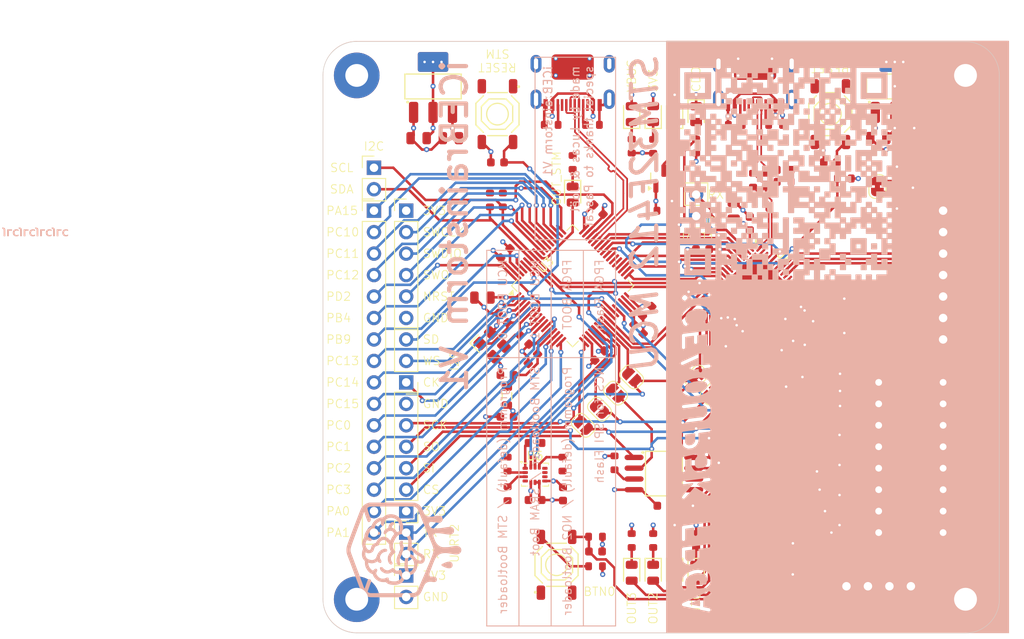
<source format=kicad_pcb>
(kicad_pcb (version 20241229) (generator "pcbnew") (generator_version "9.0")
  (layers (0 "F.Cu" signal) (4 "In1.Cu" signal) (6 "In2.Cu" signal) (2 "B.Cu" signal) (13 "F.Paste" user) (15 "B.Paste" user) (5 "F.SilkS" user "F.Silkscreen") (7 "B.SilkS" user "B.Silkscreen") (1 "F.Mask" user) (3 "B.Mask" user) (25 "Edge.Cuts" user))
  (net 0 "")
  (net 1 "/NRST")
  (net 2 "GND")
  (net 3 "+3V3")
  (net 4 "+3.3VA")
  (net 5 "/BOOT0")
  (net 6 "/OSC_IN")
  (net 7 "/BOOT1")
  (net 8 "+1V2")
  (net 9 "/VCCPLL")
  (net 10 "/OSC_OUT")
  (net 11 "/SWCLK")
  (net 12 "/SWDIO")
  (net 16 "Net-(U3-VCAP_1)")
  (net 17 "/OUT_STM")
  (net 18 "Net-(D5-Pad1)")
  (net 19 "Net-(U4B-CDONE)")
  (net 21 "/SWO")
  (net 23 "Net-(J12-CC1)")
  (net 24 "Net-(J12-CC2)")
  (net 25 "Net-(Q1-D)")
  (net 26 "Net-(JP2-A)")
  (net 27 "/BTN1")
  (net 28 "/BTN0")
  (net 29 "Net-(JP8-B)")
  (net 30 "/USART2_TX")
  (net 31 "/USART2_RX")
  (net 32 "/SPI1_SCK")
  (net 33 "/SPI1_MISO")
  (net 34 "/SPI1_MOSI")
  (net 35 "/FUD+")
  (net 36 "/FUD-")
  (net 37 "Net-(S3-B)")
  (net 38 "Net-(JP9-B)")
  (net 39 "Net-(U5-IO2)")
  (net 40 "Net-(JP10-B)")
  (net 41 "Net-(D13-Pad1)")
  (net 42 "Net-(U5-IO3)")
  (net 44 "+2V5")
  (net 46 "Net-(JP11-B)")
  (net 47 "VBUS")
  (net 50 "Net-(D2-Pad1)")
  (net 52 "Net-(J1-CC2)")
  (net 53 "Net-(J1-CC1)")
  (net 55 "/SPI2_MISO")
  (net 56 "/FPGA_NRST")
  (net 57 "Net-(R11-Pad1)")
  (net 59 "Net-(S4-B)")
  (net 61 "Net-(R12-Pad1)")
  (net 62 "/PC2")
  (net 64 "Net-(D3-Pad1)")
  (net 65 "/PC14")
  (net 66 "/PC12")
  (net 67 "/SPI2_SCK")
  (net 68 "/I2S5_WS")
  (net 69 "/USART1_TX")
  (net 70 "/PC15")
  (net 71 "/I2S5_SD")
  (net 72 "/FPGA_SPI_SCK")
  (net 73 "/SPI2_MOSI")
  (net 74 "/PC1")
  (net 75 "Net-(R13-Pad1)")
  (net 76 "/PC0")
  (net 77 "/FPGA_SPI_CS")
  (net 78 "/I2S5_CK")
  (net 79 "/FPGA_BOOT")
  (net 80 "/PC13")
  (net 81 "/PC11")
  (net 82 "/PC3")
  (net 83 "Net-(R14-Pad1)")
  (net 84 "/PC10")
  (net 85 "/USART1_RX")
  (net 86 "/RGB2")
  (net 88 "/RGB1")
  (net 89 "/RGB0")
  (net 90 "/FPGA_CLK")
  (net 91 "/FPGA_SPI_SI")
  (net 92 "/FPGA_SPI_SO")
  (net 93 "/FPGA_GLOBAL_1")
  (net 94 "/USB_D+")
  (net 95 "/USB_D-")
  (net 96 "/FPGA_USB_D+")
  (net 97 "/FPGA_USB_D-")
  (net 98 "/FPGA_GLOBAL_6")
  (net 99 "Net-(D1-Pad1)")
  (net 100 "/OUT0")
  (net 101 "/OUT1")
  (net 102 "Net-(D6-Pad1)")
  (net 103 "/OUT2")
  (net 104 "Net-(D7-Pad1)")
  (net 105 "/OUT3")
  (net 106 "Net-(D8-Pad1)")
  (net 110 "/IN0")
  (net 111 "/IN2")
  (net 112 "/I2C1_SDA")
  (net 113 "/I2C1_SCL")
  (net 115 "/SPI2_NSS")
  (net 121 "Net-(U6-CS)")
  (net 122 "Net-(U6-SCX)")
  (net 123 "Net-(U6-SDX)")
  (net 124 "Net-(U6-SDO{slash}SA0)")
  (net 125 "/PA15")
  (net 126 "/PA0")
  (net 127 "/PB4")
  (net 128 "/PA1")
  (net 129 "/PB9")
  (net 130 "/PD2")
  (net 132 "/FPGA_BUS0")
  (net 136 "/FPGA_BUS1")
  (net 139 "/FPGA_GLOBAL_0")
  (footprint "PCM_JLCPCB:D_0805" (layer "F.Cu") (at 96.52 68.58 90)
    (property "Reference" "D3" (hide yes))
    (property "Value" "VBUS ON - Green")
  )
  (footprint "PCM_JLCPCB:C_0805" (layer "F.Cu") (at 108.585 80.01 90)
    (property "Reference" "C29" (hide yes))
    (property "Value" "4.7uF")
  )
  (footprint "PCM_JLCPCB:R_0603" (layer "F.Cu") (at 121.92 109.22 180)
    (property "Reference" "R13" (hide yes))
    (property "Value" "1.5kΩ")
  )
  (footprint "PCM_JLCPCB:R_0603" (layer "F.Cu") (at 121.92 107.442)
    (property "Reference" "R10" (hide yes))
    (property "Value" "15kΩ")
  )
  (footprint "PCM_JLCPCB:SOIC-8_L5.3-W5.3-P1.27-LS8.0-BL" (layer "F.Cu") (at 100.33 111.125 -90)
    (property "Reference" "U5" (hide yes))
    (property "Value" "W25Q128")
  )
  (footprint "PCM_JLCPCB:C_0603" (layer "F.Cu") (at 80.645 74.295 180)
    (property "Reference" "C10" (hide yes))
    (property "Value" "100nF")
  )
  (footprint "PCM_JLCPCB:SOT-223-3_L6.5-W3.4-P2.30-LS7.0-BR" (layer "F.Cu") (at 127.635 65.405 -90)
    (property "Reference" "U2" (hide yes))
    (property "Value" "AMS1117-1.2")
  )
  (footprint "PCM_JLCPCB:C_0805" (layer "F.Cu") (at 125.685 71.405)
    (property "Reference" "C4" (hide yes))
    (property "Value" "22uF")
  )
  (footprint "MountingHole:MountingHole_2.7mm_Pad" (layer "F.Cu") (at 136 64)
    (property "Reference" "H2" (hide yes))
    (property "Value" "MountingHole_Pad")
  )
  (footprint "PCM_JLCPCB:R_0603" (layer "F.Cu") (at 121.92 100.33 180)
    (property "Reference" "R8" (hide yes))
    (property "Value" "15kΩ")
  )
  (footprint "PCM_JLCPCB:R_0603" (layer "F.Cu") (at 121.666 76.2 180)
    (property "Reference" "R29" (hide yes))
    (property "Value" "15kΩ")
  )
  (footprint "PCM_JLCPCB:C_0603" (layer "F.Cu") (at 117.094 91.948 -45)
    (property "Reference" "C24" (hide yes))
    (property "Value" "100nF")
  )
  (footprint "PCM_JLCPCB:D_0805" (layer "F.Cu") (at 104.14 122.86 -90)
    (property "Reference" "D5" (hide yes))
    (property "Value" "Green")
  )
  (footprint "Jumper:SolderJumper-2_P1.3mm_Bridged_RoundedPad1.0x1.5mm" (layer "F.Cu") (at 125.5788 77.1492 -90)
    (property "Reference" "JP1" (hide yes))
    (property "Value" "SolderJumper_2_Bridged")
  )
  (footprint "PCM_JLCPCB:R_0603" (layer "F.Cu") (at 104.14 119.05 90)
    (property "Reference" "R31" (hide yes))
    (property "Value" "1.5kΩ")
  )
  (footprint "PCM_JLCPCB:C_0603" (layer "F.Cu") (at 104.902 84.582 180)
    (property "Reference" "C27" (hide yes))
    (property "Value" "100nF")
  )
  (footprint "PCM_JLCPCB:R_0603" (layer "F.Cu") (at 92.24 122.095 180)
    (property "Reference" "R42" (hide yes))
    (property "Value" "1.5kΩ")
  )
  (footprint "PCM_JLCPCB:C_0805" (layer "F.Cu") (at 75.135 71.425)
    (property "Reference" "C1" (hide yes))
    (property "Value" "22uF")
  )
  (footprint "PCM_JLCPCB:C_0603" (layer "F.Cu") (at 107.696 94.996 -135)
    (property "Reference" "C30" (hide yes))
    (property "Value" "100nF")
  )
  (footprint "PCM_JLCPCB:C_0805" (layer "F.Cu") (at 121.666 92.456 -90)
    (property "Reference" "C23" (hide yes))
    (property "Value" "4.7uF")
  )
  (footprint "MountingHole:MountingHole_2.7mm_Pad" (layer "F.Cu") (at 64 64)
    (property "Reference" "H1" (hide yes))
    (property "Value" "MountingHole_Pad")
  )
  (footprint "PCM_JLCPCB:C_0603" (layer "F.Cu") (at 108.712 96.012 -135)
    (property "Reference" "C7" (hide yes))
    (property "Value" "100nF")
  )
  (footprint "PCM_JLCPCB:D_0805" (layer "F.Cu") (at 99.06 68.58 90)
    (property "Reference" "D2" (hide yes))
    (property "Value" "3V3 ON - Green")
  )
  (footprint "Connector_PinHeader_2.54mm:PinHeader_1x02_P2.54mm_Vertical" (layer "F.Cu") (at 69.85 123.19)
    (property "Reference" "J13" (hide yes))
    (property "Value" "Conn_01x02_Pin")
  )
  (footprint "PCM_JLCPCB:C_0805" (layer "F.Cu") (at 129.685 71.405)
    (property "Reference" "C2" (hide yes))
    (property "Value" "22uF")
  )
  (footprint "PCM_JLCPCB:C_0603" (layer "F.Cu") (at 115.57 94.361 -45)
    (property "Reference" "C26" (hide yes))
    (property "Value" "100nF")
  )
  (footprint "PCM_JLCPCB:R_0603" (layer "F.Cu") (at 108.77 69.85 180)
    (property "Reference" "R47" (hide yes))
    (property "Value" "5.1kΩ")
  )
  (footprint "Connector_PinHeader_2.54mm:PinHeader_1x03_P2.54mm_Vertical" (layer "F.Cu") (at 133.35 90.17 180)
    (property "Reference" "J7" (hide yes))
    (property "Value" "Conn_01x03_Pin")
  )
  (footprint "PCM_JLCPCB:R_0603" (layer "F.Cu") (at 99.06 72.39 -90)
    (property "Reference" "R5" (hide yes))
    (property "Value" "1.5kΩ")
  )
  (footprint "PCM_JLCPCB:C_0603" (layer "F.Cu") (at 81.77 104.394 180)
    (property "Reference" "C16" (hide yes))
    (property "Value" "1uF")
  )
  (footprint "PCM_JLCPCB:R_0603" (layer "F.Cu") (at 91.879 69.85)
    (property "Reference" "R3" (hide yes))
    (property "Value" "5.1kΩ")
  )
  (footprint "PCM_JLCPCB:C_0603" (layer "F.Cu") (at 114.805 120.345)
    (property "Reference" "C32" (hide yes))
    (property "Value" "1uF")
  )
  (footprint "Button_Switch_THT:SW_DIP_SPSTx08_Slide_6.7x21.88mm_W7.62mm_P2.54mm_LowProfile" (layer "F.Cu") (at 125.73 100.33)
    (property "Reference" "SW1" (hide yes))
    (property "Value" "SW_DIP_x08")
  )
  (footprint "PCM_JLCPCB:R_0603" (layer "F.Cu") (at 96.52 72.365 -90)
    (property "Reference" "R6" (hide yes))
    (property "Value" "1.5kΩ")
  )
  (footprint "PCM_JLCPCB:R_0603" (layer "F.Cu") (at 88.34 110.002 -90)
    (property "Reference" "R21" (hide yes))
    (property "Value" "1.5kΩ")
  )
  (footprint "PCM_JLCPCB:R_0603" (layer "F.Cu") (at 94.488 109.855 -90)
    (property "Reference" "R40" (hide yes))
    (property "Value" "15kΩ")
  )
  (footprint "PCM_JLCPCB:D_0805" (layer "F.Cu") (at 99.06 122.86 -90)
    (property "Reference" "D7" (hide yes))
    (property "Value" "Green")
  )
  (footprint "PCM_JLCPCB:D_0805" (layer "F.Cu") (at 104.14 68.58 -90)
    (property "Reference" "D4" (hide yes))
    (property "Value" "Configuration Ready - Green")
  )
  (footprint "MountingHole:MountingHole_2.7mm_Pad" (layer "F.Cu") (at 136 126)
    (property "Reference" "H4" (hide yes))
    (property "Value" "MountingHole_Pad")
  )
  (footprint "PCM_JLCPCB:SW-SMD_4P-L5.1-W5.1-P3.70-LS6.5-TL-2" (layer "F.Cu") (at 87.63 121.92 90)
    (property "Reference" "S3" (hide yes))
    (property "Value" "RESET")
  )
  (footprint "PCM_JLCPCB:R_0603" (layer "F.Cu") (at 79.756 78.74 -90)
    (property "Reference" "R15" (hide yes))
    (property "Value" "1.5kΩ")
  )
  (footprint "PCM_JLCPCB:C_0603" (layer "F.Cu") (at 100.33 114.935 180)
    (property "Reference" "C31" (hide yes))
    (property "Value" "100nF")
  )
  (footprint "PCM_JLCPCB:C_0603" (layer "F.Cu") (at 81.577543 85.046457 45)
    (property "Reference" "C12" (hide yes))
    (property "Value" "100nF")
  )
  (footprint "PCM_JLCPCB:SOT-223-3_L6.5-W3.4-P2.30-LS7.0-BR" (layer "F.Cu") (at 73.025 65.405 -90)
    (property "Reference" "U1" (hide yes))
    (property "Value" "AMS1117-3.3")
  )
  (footprint "PCM_JLCPCB:C_0603" (layer "F.Cu") (at 98.341543 91.904457 -135)
    (property "Reference" "C8" (hide yes))
    (property "Value" "100nF")
  )
  (footprint "PCM_JLCPCB:R_0603" (layer "F.Cu") (at 114.805 122.095 180)
    (property "Reference" "R45" (hide yes))
    (property "Value" "1.5kΩ")
  )
  (footprint "PCM_JLCPCB:SW-SMD_4P-L5.1-W5.1-P3.70-LS6.5-TL-2" (layer "F.Cu") (at 80.645 68.58 -90)
    (property "Reference" "S1" (hide yes))
    (property "Value" "RESET")
  )
  (footprint "Connector_PinHeader_2.54mm:PinHeader_1x04_P2.54mm_Vertical" (layer "F.Cu") (at 129.54 124.46 -90)
    (property "Reference" "J4" (hide yes))
    (property "Value" "Conn_01x04_Pin")
  )
  (footprint "PCM_JLCPCB:C_0603" (layer "F.Cu") (at 81.77 99.454 180)
    (property "Reference" "C18" (hide yes))
    (property "Value" "1uF")
  )
  (footprint "PCM_JLCPCB:R_0603" (layer "F.Cu") (at 104.14 72.365 90)
    (property "Reference" "R30" (hide yes))
    (property "Value" "2.2kΩ")
  )
  (footprint "PCM_JLCPCB:R_0603" (layer "F.Cu") (at 99.06 119.05 90)
    (property "Reference" "R33" (hide yes))
    (property "Value" "1.5kΩ")
  )
  (footprint "PCM_JLCPCB:SW-SMD_4P-L5.1-W5.1-P3.70-LS6.5-TL-2" (layer "F.Cu") (at 109.855 121.92 90)
    (property "Reference" "S4" (hide yes))
    (property "Value" "RESET")
  )
  (footprint "PCM_JLCPCB:C_0603" (layer "F.Cu") (at 85.09 114.252)
    (property "Reference" "C34" (hide yes))
    (property "Value" "100nF")
  )
  (footprint "PCM_JLCPCB:R_0603" (layer "F.Cu") (at 96.52 119.05 90)
    (property "Reference" "R34" (hide yes))
    (property "Value" "1.5kΩ")
  )
  (footprint "PCM_JLCPCB:R_0603" (layer "F.Cu") (at 112.395 76.396 -90)
    (property "Reference" "R27" (hide yes))
    (property "Value" "68Ω")
  )
  (footprint "MountingHole:MountingHole_2.7mm_Pad" (layer "F.Cu") (at 64 126)
    (property "Reference" "H3" (hide yes))
    (property "Value" "MountingHole_Pad")
  )
  (footprint "Package_DFN_QFN:QFN-48-1EP_7x7mm_P0.5mm_EP5.6x5.6mm" (layer "F.Cu") (at 111.125 88.9 -45)
    (property "Reference" "U4")
    (property "Value" "ICE40UP5K-SG48ITR")
  )
  (footprint "PCM_JLCPCB:OSC-SMD_4P-L3.2-W2.5-BL" (layer "F.Cu") (at 80.01 95.885 -45)
    (property "Reference" "X1" (hide yes))
    (property "Value" "16 MHz")
  )
  (footprint "PCM_JLCPCB:Q_SOT-23" (layer "F.Cu") (at 100.33 76.2 90)
    (property "Reference" "Q1" (hide yes))
    (property "Value" "HL2312")
  )
  (footprint "PCM_JLCPCB:C_0805" (layer "F.Cu") (at 128.8288 78.3992)
    (property "Reference" "C5" (hide yes))
    (property "Value" "4.7uF")
  )
  (footprint "PCM_JLCPCB:TYPE-C-SMD_HX-TYPE-C-16PIN" (layer "F.Cu") (at 111.113 65.024 180)
    (property "Reference" "J12" (hide yes))
    (property "Value" "Connector, USB-TYPE-C-16P")
  )
  (footprint "PCM_JLCPCB:R_0603" (layer "F.Cu") (at 121.92 118.11)
    (property "Reference" "R20" (hide yes))
    (property "Value" "15kΩ")
  )
  (footprint "PCM_JLCPCB:R_0603" (layer "F.Cu") (at 121.92 103.886)
    (property "Reference" "R9" (hide yes))
    (property "Value" "15kΩ")
  )
  (footprint "Connector_PinHeader_2.54mm:PinHeader_1x16_P2.54mm_Vertical" (layer "F.Cu") (at 66.04 80.01)
    (property "Reference" "J3" (hide yes))
    (property "Value" "Conn_01x16_Pin")
  )
  (footprint "PCM_JLCPCB:R_0603" (layer "F.Cu") (at 89.535 74.295 90)
    (property "Reference" "R39" (hide yes))
    (property "Value" "1.5kΩ")
  )
  (footprint "PCM_JLCPCB:C_0805" (layer "F.Cu") (at 71.325 71.425)
    (property "Reference" "C3" (hide yes))
    (property "Value" "22uF")
  )
  (footprint "PCM_JLCPCB:C_0603" (layer "F.Cu") (at 88.392 113.538 -90)
    (property "Reference" "C33" (hide yes))
    (property "Value" "100nF")
  )
  (footprint "PCM_JLCPCB:R_0603" (layer "F.Cu") (at 121.92 105.664 180)
    (property "Reference" "R12" (hide yes))
    (property "Value" "1.5kΩ")
  )
  (footprint "PCM_JLCPCB:D_0805" (layer "F.Cu") (at 96.52 122.86 -90)
    (property "Reference" "D8" (hide yes))
    (property "Value" "Green")
  )
  (footprint "PCM_JLCPCB:R_0603" (layer "F.Cu") (at 85.09 107.502)
    (property "Reference" "R24" (hide yes))
    (property "Value" "1.5kΩ")
  )
  (footprint "Jumper:SolderJumper-2_P1.3mm_Bridged_RoundedPad1.0x1.5mm" (layer "F.Cu") (at 104.14 99.695 45)
    (property "Reference" "JP8" (hide yes))
    (property "Value" "SolderJumper_2_Bridged")
  )
  (footprint "PCM_JLCPCB:C_0603" (layer "F.Cu") (at 92.583 79.883 -45)
    (property "Reference" "C13" (hide yes))
    (property "Value" "100nF")
  )
  (footprint "PCM_JLCPCB:R_0603" (layer "F.Cu") (at 121.92 102.108 180)
    (property "Reference" "R11" (hide yes))
    (property "Value" "1.5kΩ")
  )
  (footprint "PCM_JLCPCB:R_0603" (layer "F.Cu") (at 101.6 72.39 -90)
    (property "Reference" "R2" (hide yes))
    (property "Value" "1.5kΩ")
  )
  (footprint "PCM_JLCPCB:C_0603" (layer "F.Cu") (at 92.24 120.345)
    (property "Reference" "C28" (hide yes))
    (property "Value" "1uF")
  )
  (footprint "PCM_JLCPCB:C_0603" (layer "F.Cu") (at 84.836 97.536 -135)
    (property "Reference" "C19" (hide yes))
    (property "Value" "10nF")
  )
  (footprint "PCM_JLCPCB:D_0805" (layer "F.Cu") (at 101.6 68.58 90)
    (property "Reference" "D1" (hide yes))
    (property "Value" "1V2 ON - Green")
  )
  (footprint "PCM_JLCPCB:D_0805" (layer "F.Cu") (at 101.6 122.86 -90)
    (property "Reference" "D6" (hide yes))
    (property "Value" "Green")
  )
  (footprint "Jumper:SolderJumper-2_P1.3mm_Open_RoundedPad1.0x1.5mm" (layer "F.Cu") (at 92.71 103.505 -45)
    (property "Reference" "JP3" (hide yes))
    (property "Value" "SolderJumper_2_Open")
  )
  (footprint "PCM_JLCPCB:C_0603" (layer "F.Cu") (at 110.49 81.534 90)
    (property "Reference" "C25" (hide yes))
    (property "Value" "100nF")
  )
  (footprint "JJ:iCE-Brain" (layer "F.Cu") (at 100.965 96.139)
    (property "Reference" "N1" (hide yes))
    (property "Value" "Housing, iCE-Brain Silkscreen")
  )
  (footprint "PCM_JLCPCB:C_0805" (layer "F.Cu") (at 128.8288 76.1492)
    (property "Reference" "C22" (hide yes))
    (property "Value" "4.7uF")
  )
  (footprint "Jumper:SolderJumper-2_P1.3mm_Bridged_RoundedPad1.0x1.5mm" (layer "F.Cu") (at 107.95 103.505 45)
    (property "Reference" "JP11" (hide yes))
    (property "Value" "SolderJumper_2_Bridged")
  )
  (footprint "PCM_JLCPCB:C_0805" (layer "F.Cu") (at 78.867 90.297 180)
    (property "Reference" "C15" (hide yes))
    (property "Value" "4.7uF")
  )
  (footprint "PCM_JLCPCB:R_0603" (layer "F.Cu") (at 81.84 113.502 -90)
    (property "Reference" "R22" (hide yes))
    (property "Value" "1.5kΩ")
  )
  (footprint "PCM_JLCPCB:R_0603" (layer "F.Cu") (at 121.92 110.998 180)
    (property "Reference" "R14" (hide yes))
    (property "Value" "1.5kΩ")
  )
  (footprint "Package_QFP:LQFP-64_10x10mm_P0.5mm" (layer "F.Cu") (at 89.535 88.9 45)
    (property "Reference" "U3")
    (property "Value" "STM32F412RETx")
  )
  (footprint "Jumper:SolderJumper-2_P1.3mm_Bridged_RoundedPad1.0x1.5mm" (layer "F.Cu") (at 109.855 105.41 45)
    (property "Reference" "JP9" (hide yes))
    (property "Value" "SolderJumper_2_Bridged")
  )
  (footprint "Connector_PinHeader_2.54mm:PinHeader_1x06_P2.54mm_Vertical" (layer "F.Cu") (at 69.85 115.57 180)
    (property "Reference" "J11" (hide yes))
    (property "Value" "Conn_01x06_Pin")
  )
  (footprint "PCM_JLCPCB:R_0603" (layer "F.Cu") (at 121.92 114.554)
    (property "Reference" "R18" (hide yes))
    (property "Value" "15kΩ")
  )
  (footprint "PCM_JLCPCB:C_0805" (layer "F.Cu") (at 114.808 98.7806 -90)
    (property "Reference" "C9" (hide yes))
    (property "Value" "4.7uF")
  )
  (footprint "PCM_JLCPCB:C_0603" (layer "F.Cu") (at 97.325543 94.023543 135)
    (property "Reference" "C14" (hide yes))
    (property "Value" "100nF")
  )
  (footprint "PCM_JLCPCB:R_0603" (layer "F.Cu") (at 100.33 80.01)
    (property "Reference" "R1" (hide yes))
    (property "Value" "15kΩ")
  )
  (footprint "Connector_PinHeader_2.54mm:PinHeader_1x02_P2.54mm_Vertical" (layer "F.Cu") (at 69.85 118.11)
    (property "Reference" "J10" (hide yes))
    (property "Value" "Conn_01x02_Pin")
  )
  (footprint "PCM_JLCPCB:R_0603" (layer "F.Cu") (at 121.92 112.776)
    (property "Reference" "R17" (hide yes))
    (property "Value" "15kΩ")
  )
  (footprint "PCM_JLCPCB:D_0805" (layer "F.Cu") (at 89.535 78.105 -90)
    (property "Reference" "D13" (hide yes))
    (property "Value" "Green")
  )
  (footprint "Connector_PinHeader_2.54mm:PinHeader_1x02_P2.54mm_Vertical" (layer "F.Cu") (at 66.04 74.93)
    (property "Reference" "J9" (hide yes))
    (property "Value" "Conn_01x02_Pin")
  )
  (footprint "PCM_JLCPCB:TYPE-C-SMD_HX-TYPE-C-16PIN" (layer "F.Cu") (at 89.535 65 180)
    (property "Reference" "J1" (hide yes))
    (property "Value" "Connector, USB-TYPE-C-16P")
  )
  (footprint "Connector_PinHeader_2.54mm:PinHeader_1x02_P2.54mm_Vertical" (layer "F.Cu") (at 133.35 80.005)
    (property "Reference" "J14" (hide yes))
    (property "Value" "Conn_01x02_Pin")
  )
  (footprint "Connector_PinHeader_2.54mm:PinHeader_1x03_P2.54mm_Vertical" (layer "F.Cu") (at 69.85 100.33 180)
    (property "Reference" "J6" (hide yes))
    (property "Value" "Conn_01x03_Pin")
  )
  (footprint "PCM_JLCPCB:SW-SMD_4P-L5.1-W5.1-P3.70-LS6.5-TL-2" (layer "F.Cu") (at 120.015 68.58 -90)
    (property "Reference" "S2" (hide yes))
    (property "Value" "RESET")
  )
  (footprint "PCM_JLCPCB:R_0603" (layer "F.Cu") (at 116.713 97.8662 90)
    (property "Reference" "R7" (hide yes))
    (property "Value" "100Ω")
  )
  (footprint "PCM_JLCPCB:R_0603" (layer "F.Cu") (at 106.045 109.855 -90)
    (property "Reference" "R43" (hide yes))
    (property "Value" "15kΩ")
  )
  (footprint "PCM_JLCPCB:R_0603" (layer "F.Cu") (at 81.28 78.74 -90)
    (property "Reference" "R16" (hide yes))
    (property "Value" "1.5kΩ")
  )
  (footprint "PCM_JLCPCB:R_0603" (layer "F.Cu") (at 110.871 76.396 -90)
    (property "Reference" "R28" (hide yes))
    (property "Value" "68Ω")
  )
  (footprint "PCM_JLCPCB:R_0603" (layer "F.Cu") (at 92.24 118.595 180)
    (property "Reference" "R41" (hide yes))
    (property "Value" "15kΩ")
  )
  (footprint "Package_LGA:LGA-14_3x2.5mm_P0.5mm_LayoutBorder3x4y" (layer "F.Cu") (at 85.09 111.252)
    (property "Reference" "U6")
    (property "Value" "LSM6DS3")
  )
  (footprint "Connector_PinHeader_2.54mm:PinHeader_1x02_P2.54mm_Vertical" (layer "F.Cu") (at 104.14 80.645 180)
    (property "Reference" "J5" (hide yes))
    (property "Value" "Conn_01x02_Pin")
  )
  (footprint "PCM_JLCPCB:C_0603" (layer "F.Cu") (at 83.82 95.25 -45)
    (property "Reference" "C20" (hide yes))
    (property "Value" "10pF")
  )
  (footprint "Jumper:SolderJumper-2_P1.3mm_Open_RoundedPad1.0x1.5mm" (layer "F.Cu") (at 96.52 99.695 -45)
    (property "Reference" "JP5" (hide yes))
    (property "Value" "SolderJumper_2_Open")
  )
  (footprint "Jumper:SolderJumper-2_P1.3mm_Open_RoundedPad1.0x1.5mm" (layer "F.Cu") (at 94.615 101.6 -45)
    (property "Reference" "JP4" (hide yes))
    (property "Value" "SolderJumper_2_Open")
  )
  (footprint "PCM_JLCPCB:R_0603" (layer "F.Cu") (at 114.554 76.581 180)
    (property "Reference" "R26" (hide yes))
    (property "Value" "1.5kΩ")
  )
  (footprint "PCM_JLCPCB:C_0603" (layer "F.Cu") (at 114.808 95.504 -45)
    (property "Reference" "C6" (hide yes))
    (property "Value" "100nF")
  )
  (footprint "Connector_PinHeader_2.54mm:PinHeader_1x06_P2.54mm_Vertical" (layer "F.Cu") (at 69.85 80.01)
    (property "Reference" "J2" (hide yes))
    (property "Value" "Conn_01x06_Pin")
  )
  (footprint "PCM_JLCPCB:R_0603" (layer "F.Cu") (at 114.554 75.184 180)
    (property "Reference" "R25" (hide yes))
    (property "Value" "1.5kΩ")
  )
  (footprint "PCM_JLCPCB:C_0603" (layer "F.Cu") (at 120.015 74.28 180)
    (property "Reference" "C21" (hide yes))
    (property "Value" "100nF")
  )
  (footprint "PCM_JLCPCB:C_0603" (layer "F.Cu") (at 81.28 92.71 -45)
    (property "Reference" "C17" (hide yes))
    (property "Value" "10pF")
  )
  (footprint "Jumper:SolderJumper-2_P1.3mm_Open_RoundedPad1.0x1.5mm" (layer "F.Cu") (at 90.805 105.41 -45)
    (property "Reference" "JP2" (hide yes))
    (property "Value" "SolderJumper_2_Open")
  )
  (footprint "PCM_JLCPCB:R_0603" (layer "F.Cu") (at 121.92 116.332)
    (property "Reference" "R19" (hide yes))
    (property "Value" "15kΩ")
  )
  (footprint "PCM_JLCPCB:R_0603" (layer "F.Cu") (at 114.805 118.595 180)
    (property "Reference" "R44" (hide yes))
    (property "Value" "15kΩ")
  )
  (footprint "Jumper:SolderJumper-2_P1.3mm_Bridged_RoundedPad1.0x1.5mm" (layer "F.Cu") (at 106.045 101.6 45)
    (property "Reference" "JP10" (hide yes))
    (property "Value" "SolderJumper_2_Bridged")
  )
  (footprint "PCM_JLCPCB:C_0603" (layer "F.Cu") (at 92.71 97.155 -135)
    (property "Reference" "C11" (hide yes))
    (property "Value" "100nF")
  )
  (footprint "PCM_JLCPCB:R_0603" (layer "F.Cu") (at 113.538 69.85)
    (property "Reference" "R46" (hide yes))
    (property "Value" "5.1kΩ")
  )
  (footprint "Connector_PinHeader_2.54mm:PinHeader_1x02_P2.54mm_Vertical" (layer "F.Cu") (at 133.35 92.71)
    (property "Reference" "J15" (hide yes))
    (property "Value" "Conn_01x02_Pin")
  )
  (footprint "PCM_JLCPCB:R_0603" (layer "F.Cu") (at 101.6 119.05 90)
    (property "Reference" "R32" (hide yes))
    (property "Value" "1.5kΩ")
  )
  (footprint "PCM_JLCPCB:FB_0805" (layer "F.Cu") (at 81.77 101.954 -90)
    (property "Reference" "FB1" (hide yes))
    (property "Value" "~")
  )
  (footprint "PCM_JLCPCB:R_0603" (layer "F.Cu") (at 86.995 69.85 180)
    (property "Reference" "R4" (hide yes))
    (property "Value" "5.1kΩ")
  )
  (footprint "PCM_JLCPCB:R_0603" (layer "F.Cu") (at 81.84 110.002 90)
    (property "Reference" "R23" (hide yes))
    (property "Value" "1.5kΩ")
  )
  (footprint "PCM_JLCPCB:Part_Num_JLCPCB" (layer "B.Cu") (at 26.035 82.55)
    (property "Reference" "PN1" (hide yes))
    (property "Value" "iCEBrainrot" (hide yes))
  )
  (gr_line (start 60 126) (end 60 64) (stroke (width 0.05)) (layer "Edge.Cuts"))
  (gr_arc (start 64 130) (mid 61.171573 128.828427) (end 60 126) (stroke (width 0.05)) (layer "Edge.Cuts"))
  (gr_arc (start 140 126) (mid 138.828427 128.828427) (end 136 130) (stroke (width 0.05)) (layer "Edge.Cuts"))
  (gr_arc (start 136 60) (mid 138.828427 61.171573) (end 140 64) (stroke (width 0.05)) (layer "Edge.Cuts"))
  (gr_line (start 64 60) (end 136 60) (stroke (width 0.05)) (layer "Edge.Cuts"))
  (gr_line (start 136 130) (end 64 130) (stroke (width 0.05)) (layer "Edge.Cuts"))
  (gr_arc (start 60 64) (mid 61.171573 61.171573) (end 64 60) (stroke (width 0.05)) (layer "Edge.Cuts"))
  (gr_line (start 140 64) (end 140 126) (stroke (width 0.05)) (layer "Edge.Cuts"))
  (gr_text "2" (at 135.89 85.09 0) (layer "F.SilkS") (effects (font (size 1 1) (thickness 0.1)) (justify left)))
  (gr_text "IN0" (at 129.54 126.365 90) (layer "F.SilkS") (effects (font (size 1 1) (thickness 0.1)) (justify right)))
  (gr_text "NRST" (at 71.755 90.17 0) (layer "F.SilkS") (effects (font (size 1 1) (thickness 0.1)) (justify left)))
  (gr_text "IN0" (at 134.62 110.49 0) (layer "F.SilkS") (effects (font (size 1 1) (thickness 0.1)) (justify left)))
  (gr_text "PA15\n" (at 60.325 80.01 0) (layer "F.SilkS") (effects (font (size 1 1) (thickness 0.1)) (justify left)))
  (gr_text "PC13\n" (at 60.325 97.79 0) (layer "F.SilkS") (effects (font (size 1 1) (thickness 0.1)) (justify left)))
  (gr_text "1V2" (at 101.6 66.04 90) (layer "F.SilkS") (effects (font (size 1 1) (thickness 0.1)) (justify left)))
  (gr_text "UART2" (at 75.565 119.38 90) (layer "F.SilkS") (effects (font (size 1 1) (thickness 0.1))))
  (gr_text "PB4" (at 60.325 92.71 0) (layer "F.SilkS") (effects (font (size 1 1) (thickness 0.1)) (justify left)))
  (gr_text "BTN1" (at 114.935 125.095 0) (layer "F.SilkS") (effects (font (size 1 1) (thickness 0.1))))
  (gr_text "I2C" (at 66.04 72.39 0) (layer "F.SilkS") (effects (font (size 1 1) (thickness 0.1))))
  (gr_text "SWO" (at 71.755 87.63 0) (layer "F.SilkS") (effects (font (size 1 1) (thickness 0.1)) (justify left)))
  (gr_text "3V3" (at 99.06 66.04 90) (layer "F.SilkS") (effects (font (size 1 1) (thickness 0.1)) (justify left)))
  (gr_text "OUT0" (at 104.14 125.095 90) (layer "F.SilkS") (effects (font (size 1 1) (thickness 0.1)) (justify right)))
  (gr_text "PC0" (at 60.325 105.41 0) (layer "F.SilkS") (effects (font (size 1 1) (thickness 0.1)) (justify left)))
  (gr_text "SWDIO" (at 71.755 85.09 0) (layer "F.SilkS") (effects (font (size 1 1) (thickness 0.1)) (justify left)))
  (gr_text "BOOT1" (at 134.535 102.8575 0) (layer "F.SilkS") (effects (font (size 1 1) (thickness 0.1)) (justify left)))
  (gr_text "RESET\nSTM" (at 80.645 62.23 180) (layer "F.SilkS") (effects (font (size 1 1) (thickness 0.1))))
  (gr_text "0" (at 135.89 90.17 0) (layer "F.SilkS") (effects (font (size 1 1) (thickness 0.1)) (justify left)))
  (gr_text "PC15" (at 60.325 102.87 0) (layer "F.SilkS") (effects (font (size 1 1) (thickness 0.1)) (justify left)))
  (gr_text "GND" (at 71.755 125.73 0) (layer "F.SilkS") (effects (font (size 1 1) (thickness 0.1)) (justify left)))
  (gr_text "OUT_STM" (at 87.63 76.2 90) (layer "F.SilkS") (effects (font (size 1 1) (thickness 0.1))))
  (gr_text "SWCLK" (at 71.755 82.55 0) (layer "F.SilkS") (effects (font (size 1 1) (thickness 0.1)) (justify left)))
  (gr_text "3V3" (at 71.755 80.01 0) (layer "F.SilkS") (effects (font (size 1 1) (thickness 0.1)) (justify left)))
  (gr_text "PC12" (at 60.325 87.63 0) (layer "F.SilkS") (effects (font (size 1 1) (thickness 0.1)) (justify left)))
  (gr_text "GND" (at 71.755 92.71 0) (layer "F.SilkS") (effects (font (size 1 1) (thickness 0.1)) (justify left)))
  (gr_text "GND" (at 71.755 102.87 0) (layer "F.SilkS") (effects (font (size 1 1) (thickness 0.1)) (justify left)))
  (gr_text "I2S" (at 75.565 97.79 90) (layer "F.SilkS") (effects (font (size 1 1) (thickness 0.1))))
  (gr_text "FBOOT" (at 134.535 105.3975 0) (layer "F.SilkS") (effects (font (size 1 1) (thickness 0.1)) (justify left)))
  (gr_text "UART1" (at 104.14 83.185 0) (layer "F.SilkS") (effects (font (size 1 1) (thickness 0.1))))
  (gr_text "PC10" (at 60.325 82.55 0) (layer "F.SilkS") (effects (font (size 1 1) (thickness 0.1)) (justify left)))
  (gr_text "PC11\n" (at 60.325 85.09 0) (layer "F.SilkS") (effects (font (size 1 1) (thickness 0.1)) (justify left)))
  (gr_text "RX" (at 105.41 78.105 0) (layer "F.SilkS") (effects (font (size 1 1) (thickness 0.1)) (justify left)))
  (gr_text "BTN0" (at 92.71 125.095 0) (layer "F.SilkS") (effects (font (size 1 1) (thickness 0.1))))
  (gr_text "VBUS" (at 96.52 66.04 90) (layer "F.SilkS") (effects (font (size 1 1) (thickness 0.1)) (justify left)))
  (gr_text "SCL" (at 62.23 74.93 0) (layer "F.SilkS") (effects (font (size 1 1) (thickness 0.1))))
  (gr_text "TX" (at 105.41 81.28 0) (layer "F.SilkS") (effects (font (size 1 1) (thickness 0.1)) (justify left)))
  (gr_text "CK" (at 71.755 100.33 0) (layer "F.SilkS") (effects (font (size 1 1) (thickness 0.1)) (justify left)))
  (gr_text "PC3" (at 60.325 113.03 0) (layer "F.SilkS") (effects (font (size 1 1) (thickness 0.1)) (justify left)))
  (gr_text "SCK" (at 71.755 105.41 0) (layer "F.SilkS") (effects (font (size 1 1) (thickness 0.1)) (justify left)))
  (gr_text "OUT1" (at 101.6 125.095 90) (layer "F.SilkS") (effects (font (size 1 1) (thickness 0.1)) (justify right)))
  (gr_text "1" (at 135.89 87.63 0) (layer "F.SilkS") (effects (font (size 1 1) (thickness 0.1)) (justify left)))
  (gr_text "IN2" (at 134.62 115.57 0) (layer "F.SilkS") (effects (font (size 1 1) (thickness 0.1)) (justify left)))
  (gr_text "PC1" (at 60.325 107.95 0) (layer "F.SilkS") (effects (font (size 1 1) (thickness 0.1)) (justify left)))
  (gr_text "RGB" (at 138.43 87.63 90) (layer "F.SilkS") (effects (font (size 1 1) (thickness 0.1))))
  (gr_text "RX" (at 71.755 120.65 0) (layer "F.SilkS") (effects (font (size 1 1) (thickness 0.1)) (justify left)))
  (gr_text "3V3" (at 71.755 123.19 0) (layer "F.SilkS") (effects (font (size 1 1) (thickness 0.1)) (justify left)))
  (gr_text "IN3" (at 121.92 126.365 90) (layer "F.SilkS") (effects (font (size 1 1) (thickness 0.1)) (justify right)))
  (gr_text "IN1" (at 134.62 113.03 0) (layer "F.SilkS") (effects (font (size 1 1) (thickness 0.1)) (justify left)))
  (gr_text "OUT3" (at 96.52 125.095 90) (layer "F.SilkS") (effects (font (size 1 1) (thickness 0.1)) (justify right)))
  (gr_text "BOOT0" (at 137.075 100.3175 0) (layer "F.SilkS") (effects (font (size 1 1) (thickness 0.1))))
  (gr_text "CDONE" (at 104.14 66.04 90) (layer "F.SilkS") (effects (font (size 1 1) (thickness 0.1)) (justify left)))
  (gr_text "IN3" (at 134.62 118.11 0) (layer "F.SilkS") (effects (font (size 1 1) (thickness 0.1)) (justify left)))
  (gr_text "SD" (at 71.755 95.25 0) (layer "F.SilkS") (effects (font (size 1 1) (thickness 0.1)) (justify left)))
  (gr_text "PC14" (at 60.325 100.33 0) (layer "F.SilkS") (effects (font (size 1 1) (thickness 0.1)) (justify left)))
  (gr_text "SI" (at 71.755 110.49 0) (layer "F.SilkS") (effects (font (size 1 1) (thickness 0.1)) (justify left)))
  (gr_text "PD2" (at 60.325 90.17 0) (layer "F.SilkS") (effects (font (size 1 1) (thickness 0.1)) (justify left)))
  (gr_text "3V3" (at 135.255 80.01 0) (layer "F.SilkS") (effects (font (size 1 1) (thickness 0.1)) (justify left)))
  (gr_text "TX" (at 71.755 118.11 0) (layer "F.SilkS") (effects (font (size 1 1) (thickness 0.1)) (justify left)))
  (gr_text "3V3" (at 135.255 92.71 0) (layer "F.SilkS") (effects (font (size 1 1) (thickness 0.1)) (justify left)))
  (gr_text "IN2" (at 124.46 126.365 90) (layer "F.SilkS") (effects (font (size 1 1) (thickness 0.1)) (justify right)))
  (gr_text "PA0" (at 60.325 115.57 0) (layer "F.SilkS") (effects (font (size 1 1) (thickness 0.1)) (justify left)))
  (gr_text "GND" (at 135.255 82.55 0) (layer "F.SilkS") (effects (font (size 1 1) (thickness 0.1)) (justify left)))
  (gr_text "3V3" (at 71.755 115.57 0) (layer "F.SilkS") (effects (font (size 1 1) (thickness 0.1)) (justify left)))
  (gr_text "WS" (at 71.755 97.79 0) (layer "F.SilkS") (effects (font (size 1 1) (thickness 0.1)) (justify left)))
  (gr_text "IN1" (at 127 126.365 90) (layer "F.SilkS") (effects (font (size 1 1) (thickness 0.1)) (justify right)))
  (gr_text "RESET\nFPGA" (at 120.015 62.33 180) (layer "F.SilkS") (effects (font (size 1 1) (thickness 0.1))))
  (gr_text "F_CS" (at 134.535 107.9375 0) (layer "F.SilkS") (effects (font (size 1 1) (thickness 0.1)) (justify left)))
  (gr_text "PB9" (at 60.325 95.25 0) (layer "F.SilkS") (effects (font (size 1 1) (thickness 0.1)) (justify left)))
  (gr_text "PA1" (at 60.325 118.11 0) (layer "F.SilkS") (effects (font (size 1 1) (thickness 0.1)) (justify left)))
  (gr_text "PC2" (at 60.325 110.49 0) (layer "F.SilkS") (effects (font (size 1 1) (thickness 0.1)) (justify left)))
  (gr_text "GND" (at 135.255 95.25 0) (layer "F.SilkS") (effects (font (size 1 1) (thickness 0.1)) (justify left)))
  (gr_text "SO" (at 71.755 107.95 0) (layer "F.SilkS") (effects (font (size 1 1) (thickness 0.1)) (justify left)))
  (gr_text "CS" (at 71.755 113.03 0) (layer "F.SilkS") (effects (font (size 1 1) (thickness 0.1)) (justify left)))
  (gr_text "SDA" (at 62.23 77.47 0) (layer "F.SilkS") (effects (font (size 1 1) (thickness 0.1))))
  (gr_text "OUT2" (at 99.06 125.095 90) (layer "F.SilkS") (effects (font (size 1 1) (thickness 0.1)) (justify right)))
  (segment (start 85.563763 91.810577) (end 85.563763 90.897763) (width 0.3) (layer "F.Cu") (net 1))
  (segment (start 85.563763 90.897763) (end 81.130284 86.464284) (width 0.3) (layer "F.Cu") (net 1))
  (segment (start 84.991839 92.382501) (end 85.563763 91.810577) (width 0.3) (layer "F.Cu") (net 1))
  (segment (start 81.130284 86.464284) (end 73.555716 86.464284) (width 0.3) (layer "F.Cu") (net 1))
  (segment (start 81.425 74.295) (end 81.425 72.95) (width 0.3) (layer "F.Cu") (net 1))
  (segment (start 81.425 74.295) (end 83.693 74.295) (width 0.3) (layer "F.Cu") (net 1))
  (segment (start 81.425 72.95) (end 82.495 71.88) (width 0.3) (layer "F.Cu") (net 1))
  (segment (start 83.693 74.295) (end 84.455 75.057) (width 0.3) (layer "F.Cu") (net 1))
  (via (at 84.455 75.057) (size 0.6) (drill 0.3) (layers "F.Cu" "B.Cu") (net 1))
  (via (at 84.455 89.789) (size 0.6) (drill 0.3) (layers "F.Cu" "B.Cu") (net 1))
  (via (at 73.555714 86.464285) (size 0.6) (drill 0.3) (layers "F.Cu" "B.Cu") (net 1))
  (segment (start 69.85 90.17) (end 73.555714 86.464285) (width 0.3) (layer "B.Cu") (net 1))
  (segment (start 84.455 75.057) (end 87.757 78.359) (width 0.3) (layer "B.Cu") (net 1))
  (segment (start 87.757 86.487) (end 84.455 89.789) (width 0.3) (layer "B.Cu") (net 1))
  (segment (start 87.757 78.359) (end 87.757 86.487) (width 0.3) (layer "B.Cu") (net 1))
  (segment (start 92.158457 97.706543) (end 91.44 98.425) (width 0.3) (layer "F.Cu") (net 2))
  (segment (start 85.108331 95.801543) (end 86.759606 94.150268) (width 0.3) (layer "F.Cu") (net 2))
  (segment (start 97.757 73.185) (end 97.79 73.152) (width 0.3) (layer "F.Cu") (net 2))
  (segment (start 114.358 67.569) (end 114.313 67.524) (width 0.3) (layer "F.Cu") (net 2))
  (segment (start 126.101 72.771) (end 126.619 72.771) (width 0.3) (layer "F.Cu") (net 2))
  (segment (start 87.122 114.252) (end 88.326 114.252) (width 0.3) (layer "F.Cu") (net 2))
  (segment (start 104.122 84.582) (end 103.124 84.582) (width 0.3) (layer "F.Cu") (net 2))
  (segment (start 93.06 119.507) (end 93.06 120.305) (width 0.3) (layer "F.Cu") (net 2))
  (segment (start 91.822581 97.370667) (end 91.822581 95.783775) (width 0.3) (layer "F.Cu") (net 2))
  (segment (start 99.06 118.23) (end 99.06 117.221) (width 0.3) (layer "F.Cu") (net 2))
  (segment (start 121.1 113.665) (end 121.1 110.109) (width 0.3) (layer "F.Cu") (net 2))
  (segment (start 101.28 77.14) (end 101.28 78.74) (width 0.3) (layer "F.Cu") (net 2))
  (segment (start 125.335 68.375) (end 125.335 70.231) (width 0.3) (layer "F.Cu") (net 2))
  (segment (start 99.06 73.21) (end 97.848 73.21) (width 0.3) (layer "F.Cu") (net 2))
  (segment (start 115.613543 95.420543) (end 116.121543 94.912543) (width 0.3) (layer "F.Cu") (net 2))
  (segment (start 88.326 114.252) (end 88.392 114.318) (width 0.3) (layer "F.Cu") (net 2))
  (segment (start 81.026 98.145508) (end 81.026 98.425) (width 0.3) (layer "F.Cu") (net 2))
  (segment (start 82.081914 84.494914) (end 81.28 83.693) (width 0.3) (layer "F.Cu") (net 2))
  (segment (start 101.6 117.221) (end 101.6 118.23) (width 0.3) (layer "F.Cu") (net 2))
  (segment (start 92.699 67.536) (end 92.735 67.5) (width 0.3) (layer "F.Cu") (net 2))
  (segment (start 80.99 104.394) (end 79.248 104.394) (width 0.3) (layer "F.Cu") (net 2))
  (segment (start 101.28 78.74) (end 101.28 79.88) (width 0.3) (layer "F.Cu") (net 2))
  (segment (start 92.158457 97.706543) (end 91.822581 97.370667) (width 0.3) (layer "F.Cu") (net 2))
  (segment (start 79.778457 92.158457) (end 79.0524 91.4324) (width 0.3) (layer "F.Cu") (net 2))
  (segment (start 80.165563 97.285071) (end 81.026 98.145508) (width 0.3) (layer "F.Cu") (net 2))
  (segment (start 91.822581 95.783775) (end 91.249734 95.210928) (width 0.3) (layer "F.Cu") (net 2))
  (segment (start 121.1 103.886) (end 121.1 103.182) (width 0.3) (layer "F.Cu") (net 2))
  (segment (start 85.885 67.5) (end 85.205 66.82) (width 0.3) (layer "F.Cu") (net 2))
  (segment (start 114.808 99.7306) (end 114.808 100.8126) (width 0.3) (layer "F.Cu") (net 2))
  (segment (start 80.99 99.454) (end 80.99 98.461) (width 0.3) (layer "F.Cu") (net 2))
  (segment (start 74.185 71.425) (end 72.839 72.771) (width 0.3) (layer "F.Cu") (net 2))
  (segment (start 85.09 112.1645) (end 85.59 112.1645) (width 0.3) (layer "F.Cu") (net 2))
  (segment (start 101.28 79.88) (end 101.15 80.01) (width 0.3) (layer "F.Cu") (net 2))
  (segment (start 115.359543 95.674543) (end 115.613543 95.420543) (width 0.3) (layer "F.Cu") (net 2))
  (segment (start 97.65 113.035) (end 99.55 114.935) (width 0.3) (layer "F.Cu") (net 2))
  (segment (start 126.619 72.771) (end 127.369 72.771) (width 0.3) (layer "F.Cu") (net 2))
  (segment (start 93.134543 79.585457) (end 93.345 79.375) (width 0.3) (layer "F.Cu") (net 2))
  (segment (start 93.185 67.5) (end 93.865 66.82) (width 0.3) (layer "F.Cu") (net 2))
  (segment (start 121.1 110.109) (end 121.1 109.22) (width 0.3) (layer "F.Cu") (net 2))
  (segment (start 96.8 113.035) (end 97.65 113.035) (width 0.3) (layer "F.Cu") (net 2))
  (segment (start 79.0524 91.4324) (end 77.917 90.297) (width 0.3) (layer "F.Cu") (net 2))
  (segment (start 127.369 72.771) (end 128.735 71.405) (width 0.3) (layer "F.Cu") (net 2))
  (segment (start 121.1 103.182) (end 121.158 103.124) (width 0.3) (layer "F.Cu") (net 2))
  (segment (start 70.725 71.075) (end 70.375 71.425) (width 0.3) (layer "F.Cu") (net 2))
  (segment (start 121.1 99.372) (end 121.158 99.314) (width 0.3) (layer "F.Cu") (net 2))
  (segment (start 80.99 98.461) (end 81.026 98.425) (width 0.3) (layer "F.Cu") (net 2))
  (segment (start 115.585 120.345) (end 115.585 119.38) (width 0.3) (layer "F.Cu") (net 2))
  (segment (start 97.687194 92.456) (end 95.845928 90.614734) (width 0.3) (layer "F.Cu") (net 2))
  (segment (start 114.358 69.85) (end 114.358 68.707) (width 0.3) (layer "F.Cu") (net 2))
  (segment (start 86.335 67.5) (end 85.885 67.5) (width 0.3) (layer "F.Cu") (net 2))
  (segment (start 79.865 74.295) (end 79.865 73.025) (width 0.3) (layer "F.Cu") (net 2))
  (segment (start 114.808 100.8126) (end 114.7826 100.838) (width 0.3) (layer "F.Cu") (net 2))
  (segment (start 108.585 79.06) (end 108.796 79.06) (width 0.3) (layer "F.Cu") (net 2))
  (segment (start 108.796 79.06) (end 109.6735 79.9375) (width 0.3) (layer "F.Cu") (net 2))
  (segment (start 97.877086 94.575086) (end 97.877086 93.599) (width 0.3) (layer "F.Cu") (net 2))
  (segment (start 117.645543 92.499543) (end 117.976 92.83) (width 0.3) (layer "F.Cu") (net 2))
  (segment (start 107.913 67.524) (end 107.913 68.834) (width 0.3) (layer "F.Cu") (net 2))
  (segment (start 84.371543 95.841457) (end 83.566 96.647) (width 0.3) (layer "F.Cu") (net 2))
  (segment (start 121.1 117.221) (end 121.1 113.665) (width 0.3) (layer "F.Cu") (net 2))
  (segment (start 114.358 68.707) (end 114.358 67.569) (width 0.3) (layer "F.Cu") (net 2))
  (segment (start 93.134543 80.434543) (end 93.134543 79.585457) (width 0.3) (layer "F.Cu") (net 2))
  (segment (start 107.913 68.834) (end 107.913 69.813) (width 0.3) (layer "F.Cu") (net 2))
  (segment (start 117.976 92.83) (end 117.976 93.091) (width 0.3) (layer "F.Cu") (net 2))
  (segment (start 72.263 72.771) (end 71.721 72.771) (width 0.3) (layer "F.Cu") (net 2))
  (segment (start 93.06 120.305) (end 93.02 120.345) (width 0.3) (layer "F.Cu") (net 2))
  (segment (start 119.1545 72.8695) (end 118.165 71.88) (width 0.3) (layer "F.Cu") (net 2))
  (segment (start 70.725 70.231) (end 70.725 71.075) (width 0.3) (layer "F.Cu") (net 2))
  (segment (start 119.235 72.95) (end 119.1545 72.8695) (width 0.3) (layer "F.Cu") (net 2))
  (segment (start 82.129086 84.494914) (end 82.129086 86.09028) (width 0.3) (layer "F.Cu") (net 2))
  (segment (start 94.493 113.035) (end 94.488 113.03) (width 0.3) (layer "F.Cu") (net 2))
  (segment (start 121.1 100.33) (end 121.1 99.372) (width 0.3) (layer "F.Cu") (net 2))
  (segment (start 80.538386 93.80098) (end 80.538386 93.619386) (width 0.3) (layer "F.Cu") (net 2))
  (segment (start 125.335 70.231) (end 125.335 70.805) (width 0.3) (layer "F.Cu") (net 2))
  (segment (start 115.585 118.635) (end 115.625 118.595) (width 0.3) (layer "F.Cu") (net 2))
  (segment (start 104.14 117.221) (end 104.14 118.23) (width 0.3) (layer "F.Cu") (net 2))
  (segment (start 80.728457 92.158457) (end 80.728457 93.429314) (width 0.3) (layer "F.Cu") (net 2))
  (segment (start 82.129086 86.09028) (end 83.224072 87.185266) (width 0.3) (layer "F.Cu") (net 2))
  (segment (start 79.865 73.025) (end 79.865 72.95) (width 0.3) (layer "F.Cu") (net 2))
  (segment (start 109.6735 79.9375) (end 110.49 80.754) (width 0.3) (layer "F.Cu") (net 2))
  (segment (start 70.725 68.375) (end 70.725 70.231) (width 0.3) (layer "F.Cu") (net 2))
  (segment (start 85.87 114.252) (end 87.122 114.252) (width 0.3) (layer "F.Cu") (net 2))
  (segment (start 115.585 119.38) (end 115.585 118.635) (width 0.3) (layer "F.Cu") (net 2))
  (segment (start 92.735 67.5) (end 93.185 67.5) (width 0.3) (layer "F.Cu") (net 2))
  (segment (start 92.699 69.85) (end 92.699 67.536) (width 0.3) (layer "F.Cu") (net 2))
  (segment (start 93.134543 80.704263) (end 93.134543 80.434543) (width 0.3) (layer "F.Cu") (net 2))
  (segment (start 129.7788 77.2922) (end 129.7788 76.1492) (width 0.3) (layer "F.Cu") (net 2))
  (segment (start 97.877086 93.599) (end 97.877086 92.543086) (width 0.3) (layer "F.Cu") (net 2))
  (segment (start 84.371543 95.801543) (end 85.108331 95.801543) (width 0.3) (layer "F.Cu") (net 2))
  (segment (start 96.52 117.221) (end 96.52 118.23) (width 0.3) (layer "F.Cu") (net 2))
  (segment (start 114.763 67.524) (end 115.443 66.844) (width 0.3) (layer "F.Cu") (net 2))
  (segment (start 86.175 67.66) (end 86.335 67.5) (width 0.3) (layer "F.Cu") (net 2))
  (segment (start 79.865 72.95) (end 78.795 71.88) (width 0.3) (layer "F.Cu") (net 2))
  (segment (start 84.284457 98.087543) (end 84.284457 97.365457) (width 0.3) (layer "F.Cu") (net 2))
  (segment (start 86.175 69.85) (end 86.175 67.66) (width 0.3) (layer "F.Cu") (net 2))
  (segment (start 107.144457 95.547543) (end 107.652457 96.055543) (width 0.3) (layer "F.Cu") (net 2))
  (segment (start 85.59 113.972) (end 85.59 112.1645) (width 0.3) (layer "F.Cu") (net 2))
  (segment (start 79.854437 94.484929) (end 80.538386 93.80098) (width 0.3) (layer "F.Cu") (net 2))
  (segment (start 97.79 92.456) (end 97.687194 92.456) (width 0.3) (layer "F.Cu") (net 2))
  (segment (start 119.235 74.28) (end 119.235 72.95) (width 0.3) (layer "F.Cu") (net 2))
  (segment (start 84.371543 95.801543) (end 84.371543 95.841457) (width 0.3) (layer "F.Cu") (net 2))
  (segment (start 124.735 71.405) (end 126.101 72.771) (width 0.3) (layer "F.Cu") (net 2))
  (segment (start 85.87 114.252) (end 85.59 113.972) (width 0.3) (layer "F.Cu") (net 2))
  (segment (start 125.335 70.805) (end 124.735 71.405) (width 0.3) (layer "F.Cu") (net 2))
  (segment (start 114.313 67.524) (end 114.763 67.524) (width 0.3) (layer "F.Cu") (net 2))
  (segment (start 82.129086 84.494914) (end 82.081914 84.494914) (width 0.3) (layer "F.Cu") (net 2))
  (segment (start 71.721 72.771) (end 70.375 71.425) (width 0.3) (layer "F.Cu") (net 2))
  (segment (start 121.666 93.406) (end 121.666 94.488) (width 0.3) (layer "F.Cu") (net 2))
  (segment (start 91.249734 82.589072) (end 93.134543 80.704263) (width 0.3) (layer "F.Cu") (net 2))
  (segment (start 84.284457 97.365457) (end 83.566 96.647) (width 0.3) (layer "F.Cu") (net 2))
  (segment (start 97.877086 92.543086) (end 97.79 92.456) (width 0.3) (layer "F.Cu") (net 2))
  (segment (start 121.1 118.11) (end 121.1 117.221) (width 0.3) (layer "F.Cu") (net 2))
  (segment (start 107.652457 96.055543) (end 108.160457 96.563543) (width 0.3) (layer "F.Cu") (net 2))
  (segment (start 107.463 67.524) (end 106.783 66.844) (width 0.3) (layer "F.Cu") (net 2))
  (segment (start 107.913 67.524) (end 107.463 67.524) (width 0.3) (layer "F.Cu") (net 2))
  (segment (start 93.06 118.595) (end 93.06 119.507) (width 0.3) (layer "F.Cu") (net 2))
  (segment (start 129.7788 78.3992) (end 129.7788 77.2922) (width 0.3) (layer "F.Cu") (net 2))
  (segment (start 96.8 113.035) (end 94.493 113.035) (width 0.3) (layer "F.Cu") (net 2))
  (segment (start 80.728457 93.429314) (end 80.538386 93.619386) (width 0.3) (layer "F.Cu") (net 2))
  (segment (start 115.359543 96.055543) (end 115.359543 95.674543) (width 0.3) (layer "F.Cu") (net 2))
  (segment (start 97.848 73.21) (end 97.79 73.152) (width 0.3) (layer "F.Cu") (net 2))
  (segment (start 104.14 67.64) (end 104.14 66.294) (width 0.3) (layer "F.Cu") (net 2))
  (segment (start 72.839 72.771) (end 72.263 72.771) (width 0.3) (layer "F.Cu") (net 2))
  (segment (start 96.52 73.185) (end 97.757 73.185) (width 0.3) (layer "F.Cu") (net 2))
  (segment (start 107.913 69.813) (end 107.95 69.85) (width 0.3) (layer "F.Cu") (net 2))
  (segment (start 80.728457 92.158457) (end 79.778457 92.158457) (width 0.3) (layer "F.Cu") (net 2))
  (via (at 126.619 72.771) (size 0.6) (drill 0.3) (layers "F.Cu" "B.Cu") (net 2))
  (via (at 79.865 73.025) (size 0.6) (drill 0.3) (layers "F.Cu" "B.Cu") (net 2))
  (via (at 107.652457 96.055543) (size 0.6) (drill 0.3) (layers "F.Cu" "B.Cu") (net 2))
  (via (at 121.1 110.109) (size 0.6) (drill 0.3) (layers "F.Cu" "B.Cu") (net 2))
  (via (at 79.248 104.394) (size 0.6) (drill 0.3) (layers "F.Cu" "B.Cu") (net 2))
  (via (at 81.28 83.693) (size 0.6) (drill 0.3) (layers "F.Cu" "B.Cu") (net 2))
  (via (at 97.79 73.152) (size 0.6) (drill 0.3) (layers "F.Cu" "B.Cu") (net 2))
  (via (at 115.613543 95.420543) (size 0.6) (drill 0.3) (layers "F.Cu" "B.Cu") (net 2))
  (via (at 121.666 94.488) (size 0.6) (drill 0.3) (layers "F.Cu" "B.Cu") (net 2))
  (via (at 104.14 66.294) (size 0.6) (drill 0.3) (layers "F.Cu" "B.Cu") (net 2))
  (via (at 121.1 113.665) (size 0.6) (drill 0.3) (layers "F.Cu" "B.Cu") (net 2))
  (via (at 83.566 96.647) (size 0.6) (drill 0.3) (layers "F.Cu" "B.Cu") (net 2))
  (via (at 114.7826 100.838) (size 0.6) (drill 0.3) (layers "F.Cu" "B.Cu") (net 2))
  (via (at 99.06 117.221) (size 0.6) (drill 0.3) (layers "F.Cu" "B.Cu") (net 2))
  (via (at 101.6 117.221) (size 0.6) (drill 0.3) (layers "F.Cu" "B.Cu") (net 2))
  (via (at 103.124 84.582) (size 0.6) (drill 0.3) (layers "F.Cu" "B.Cu") (net 2))
  (via (at 107.913 68.834) (size 0.6) (drill 0.3) (layers "F.Cu" "B.Cu") (net 2))
  (via (at 94.488 113.03) (size 0.6) (drill 0.3) (layers "F.Cu" "B.Cu") (net 2))
  (via (at 119.1545 72.8695) (size 0.6) (drill 0.3) (layers "F.Cu" "B.Cu") (net 2))
  (via (at 109.6735 79.9375) (size 0.6) (drill 0.3) (layers "F.Cu" "B.Cu") (net 2))
  (via (at 87.122 114.252) (size 0.6) (drill 0.3) (layers "F.Cu" "B.Cu") (net 2))
  (via (at 91.44 98.425) (size 0.6) (drill 0.3) (layers "F.Cu" "B.Cu") (net 2))
  (via (at 72.263 72.771) (size 0.6) (drill 0.3) (layers "F.Cu" "B.Cu") (net 2))
  (via (at 121.158 103.124) (size 0.6) (drill 0.3) (layers "F.Cu" "B.Cu") (net 2))
  (via (at 114.358 68.707) (size 0.6) (drill 0.3) (layers "F.Cu" "B.Cu") (net 2))
  (via (at 115.585 119.38) (size 0.6) (drill 0.3) (layers "F.Cu" "B.Cu") (net 2))
  (via (at 104.14 117.221) (size 0.6) (drill 0.3) (layers "F.Cu" "B.Cu") (net 2))
  (via (at 129.7788 77.2922) (size 0.6) (drill 0.3) (layers "F.Cu" "B.Cu") (net 2))
  (via (at 79.0524 91.4324) (size 0.6) (drill 0.3) (layers "F.Cu" "B.Cu") (net 2))
  (via (at 117.976 93.091) (size 0.6) (drill 0.3) (layers "F.Cu" "B.Cu") (net 2))
  (via (at 121.1 117.221) (size 0.6) (drill 0.3) (layers "F.Cu" "B.Cu") (net 2))
  (via (at 93.06 119.507) (size 0.6) (drill 0.3) (layers "F.Cu" "B.Cu") (net 2))
  (via (at 70.725 70.231) (size 0.6) (drill 0.3) (layers "F.Cu" "B.Cu") (net 2))
  (via (at 81.026 98.425) (size 0.6) (drill 0.3) (layers "F.Cu" "B.Cu") (net 2))
  (via (at 121.158 99.314) (size 0.6) (drill 0.3) (layers "F.Cu" "B.Cu") (net 2))
  (via (at 96.52 117.221) (size 0.6) (drill 0.3) (layers "F.Cu" "B.Cu") (net 2))
  (via (at 80.538386 93.619386) (size 0.6) (drill 0.3) (layers "F.Cu" "B.Cu") (net 2))
  (via (at 93.345 79.375) (size 0.6) (drill 0.3) (layers "F.Cu" "B.Cu") (net 2))
  (via (at 125.335 70.231) (size 0.6) (drill 0.3) (layers "F.Cu" "B.Cu") (net 2))
  (via (at 97.877086 93.599) (size 0.6) (drill 0.3) (layers "F.Cu" "B.Cu") (net 2))
  (via (at 101.28 78.867) (size 0.6) (drill 0.3) (layers "F.Cu" "B.Cu") (net 2))
  (segment (start 87.636 112.002) (end 88.392 112.758) (width 0.3) (layer "F.Cu") (net 3))
  (segment (start 73.025 65.278) (end 73.025 62.405) (width 0.3) (layer "F.Cu") (net 3))
  (segment (start 81.026 85.598) (end 81.026 85.6943) (width 0.3) (layer "F.Cu") (net 3))
  (segment (start 110.49 82.314) (end 109.719 81.543) (width 0.3) (layer "F.Cu") (net 3))
  (segment (start 79.852819 90.261181) (end 79.817 90.297) (width 0.3) (layer "F.Cu") (net 3))
  (segment (start 84.59 112.1645) (end 84.59 113.157) (width 0.3) (layer "F.Cu") (net 3))
  (segment (start 116.542457 91.396457) (end 116.147 91.001) (width 0.3) (layer "F.Cu") (net 3))
  (segment (start 106.821 109.811) (end 106.045 109.035) (width 0.3) (layer "F.Cu") (net 3))
  (segment (start 97.79 91.352914) (end 97.291214 91.352914) (width 0.3) (layer "F.Cu") (net 3))
  (segment (start 82.55 104.394) (end 82.55 103.794) (width 0.3) (layer "F.Cu") (net 3))
  (segment (start 108.933436 93.566436) (end 109.931757 92.568116) (width 0.3) (layer "F.Cu") (net 3))
  (segment (start 73.025 70.675) (end 72.275 71.425) (width 0.3) (layer "F.Cu") (net 3))
  (segment (start 81.026 85.6943) (end 82.870519 87.538819) (width 0.3) (layer "F.Cu") (net 3))
  (segment (start 93.06 122.095) (end 93.06 123.032) (width 0.3) (layer "F.Cu") (net 3))
  (segment (start 115.625 122.881) (end 115.57 122.936) (width 0.3) (layer "F.Cu") (net 3))
  (segment (start 73.025 68.375) (end 73.025 65.278) (width 0.3) (layer "F.Cu") (net 3))
  (segment (start 82.55 103.794) (end 82.469 103.713) (width 0.3) (layer "F.Cu") (net 3))
  (segment (start 116.147 91.001) (end 114.993767 91.001) (width 0.3) (layer "F.Cu") (net 3))
  (segment (start 108.585 80.96) (end 109.168 81.543) (width 0.3) (layer "F.Cu") (net 3))
  (segment (start 122.486 76.2) (end 123.317 76.2) (width 0.3) (layer "F.Cu") (net 3))
  (segment (start 87.249 112.002) (end 87.636 112.002) (width 0.3) (layer "F.Cu") (net 3))
  (segment (start 127.8788 76.1492) (end 127.8788 74.8132) (width 0.3) (layer "F.Cu") (net 3))
  (segment (start 103.759 114.935) (end 106.821 111.873) (width 0.3) (layer "F.Cu") (net 3))
  (segment (start 110.49 84.375913) (end 110.638864 84.524777) (width 0.3) (layer "F.Cu") (net 3))
  (segment (start 110.49 82.314) (end 110.49 84.375913) (width 0.3) (layer "F.Cu") (net 3))
  (segment (start 105.865 109.215) (end 106.045 109.035) (width 0.3) (layer "F.Cu") (net 3))
  (segment (start 90.896181 82.235519) (end 90.896181 80.466733) (width 0.3) (layer "F.Cu") (net 3))
  (segment (start 97.291214 91.352914) (end 96.199481 90.261181) (width 0.3) (layer "F.Cu") (net 3))
  (segment (start 115.625 122.095) (end 115.625 122.881) (width 0.3) (layer "F.Cu") (net 3))
  (segment (start 121.1 101.404) (end 121.158 101.346) (width 0.3) (layer "F.Cu") (net 3))
  (segment (start 86.2525 112.002) (end 87.249 112.002) (width 0.3) (layer "F.Cu") (net 3))
  (segment (start 99.06 67.64) (end 99.06 66.294) (width 0.3) (layer "F.Cu") (net 3))
  (segment (start 127.8788 74.8132) (end 127.889 74.803) (width 0.3) (layer "F.Cu") (net 3))
  (segment (start 114.993767 91.001) (end 114.439563 90.446796) (width 0.3) (layer "F.Cu") (net 3))
  (segment (start 81.661 90.261181) (end 79.852819 90.261181) (width 0.3) (layer "F.Cu") (net 3))
  (segment (start 93.261543 96.515631) (end 91.603287 94.857375) (width 0.3) (layer "F.Cu") (net 3))
  (segment (start 121.1 106.553) (end 121.1 105.664) (width 0.3) (layer "F.Cu") (net 3))
  (segment (start 73.025 70.231) (end 73.025 70.675) (width 0.3) (layer "F.Cu") (net 3))
  (segment (start 73.025 68.375) (end 73.025 70.231) (width 0.3) (layer "F.Cu") (net 3))
  (segment (start 98.893086 91.352914) (end 97.79 91.352914) (width 0.3) (layer "F.Cu") (net 3))
  (segment (start 103.86 109.215) (end 105.865 109.215) (width 0.3) (layer "F.Cu") (net 3))
  (segment (start 93.06 123.032) (end 93.091 123.063) (width 0.3) (layer "F.Cu") (net 3))
  (segment (start 94.488 109.035) (end 93.403 109.035) (width 0.3) (layer "F.Cu") (net 3))
  (segment (start 81.026 85.598) (end 80.137 84.709) (width 0.3) (layer "F.Cu") (net 3))
  (segment (start 116.542457 91.396457) (end 116.967 91.821) (width 0.3) (layer "F.Cu") (net 3))
  (segment (start 104.14 73.185) (end 104.14 74.168) (width 0.3) (layer "F.Cu") (net 3))
  (segment (start 101.11 114.935) (end 103.759 114.935) (width 0.3) (layer "F.Cu") (net 3))
  (segment (start 82.870519 90.261181) (end 81.661 90.261181) (width 0.3) (layer "F.Cu") (net 3))
  (segment (start 108.247543 94.25233) (end 108.933436 93.566436) (width 0.3) (layer "F.Cu") (net 3))
  (segment (start 121.1 102.108) (end 121.1 101.404) (width 0.3) (layer "F.Cu") (net 3))
  (segment (start 82.469 103.713) (end 81.77 103.014) (width 0.3) (layer "F.Cu") (net 3))
  (segment (start 92.626543 96.603457) (end 92.583 96.647) (width 0.3) (layer "F.Cu") (net 3))
  (segment (start 121.1 107.442) (end 121.1 106.553) (width 0.3) (layer "F.Cu") (net 3))
  (segment (start 125.5788 76.4992) (end 127.5288 76.4992) (width 0.3) (layer "F.Cu") (net 3))
  (segment (start 121.666 91.506) (end 121.666 90.424) (width 0.3) (layer "F.Cu") (net 3))
  (segment (start 127.5288 76.4992) (end 127.8788 76.1492) (width 0.3) (layer "F.Cu") (net 3))
  (segment (start 108.247543 94.444457) (end 108.247543 94.25233) (width 0.3) (layer "F.Cu") (net 3))
  (segment (start 84.59 113.972) (end 84.31 114.252) (width 0.3) (layer "F.Cu") (net 3))
  (segment (start 90.896181 80.466733) (end 90.951957 80.410957) (width 0.3) (layer "F.Cu") (net 3))
  (segment (start 90.951957 80.410957) (end 92.031457 79.331457) (width 0.3) (layer "F.Cu") (net 3))
  (segment (start 93.403 109.035) (end 93.345 109.093) (width 0.3) (layer "F.Cu") (net 3))
  (segment (start 93.261543 96.603457) (end 92.626543 96.603457) (width 0.3) (layer "F.Cu") (net 3))
  (segment (start 109.168 81.543) (end 109.719 81.543) (width 0.3) (layer "F.Cu") (net 3))
  (segment (start 106.821 109.855) (end 106.821 109.811) (width 0.3) (layer "F.Cu") (net 3))
  (segment (start 93.261543 96.603457) (end 93.261543 96.515631) (width 0.3) (layer "F.Cu") (net 3))
  (segment (start 106.821 111.873) (end 106.821 109.855) (width 0.3) (layer "F.Cu") (net 3))
  (segment (start 84.59 113.157) (end 84.59 113.972) (width 0.3) (layer "F.Cu") (net 3))
  (via (at 90.951957 80.410957) (size 0.6) (drill 0.3) (layers "F.Cu" "B.Cu") (net 3))
  (via (at 87.249 112.002) (size 0.6) (drill 0.3) (layers "F.Cu" "B.Cu") (net 3))
  (via (at 121.666 90.424) (size 0.6) (drill 0.3) (layers "F.Cu" "B.Cu") (net 3))
  (via (at 106.821 109.855) (size 0.6) (drill 0.3) (layers "F.Cu" "B.Cu") (net 3))
  (via (at 121.1 106.553) (size 0.6) (drill 0.3) (layers "F.Cu" "B.Cu") (net 3))
  (via (at 84.59 113.157) (size 0.6) (drill 0.3) (layers "F.Cu" "B.Cu") (net 3))
  (via (at 93.345 109.093) (size 0.6) (drill 0.3) (layers "F.Cu" "B.Cu") (net 3))
  (via (at 108.933436 93.566436) (size 0.6) (drill 0.3) (layers "F.Cu" "B.Cu") (net 3))
  (via (at 121.158 101.346) (size 0.6) (drill 0.3) (layers "F.Cu" "B.Cu") (net 3))
  (via (at 103.759 114.935) (size 0.6) (drill 0.3) (layers "F.Cu" "B.Cu") (net 3))
  (via (at 80.137 84.709) (size 0.6) (drill 0.3) (layers "F.Cu" "B.Cu") (net 3))
  (via (at 93.091 123.063) (size 0.6) (drill 0.3) (layers "F.Cu" "B.Cu") (net 3))
  (via (at 81.661 90.261181) (size 0.6) (drill 0.3) (layers "F.Cu" "B.Cu") (net 3))
  (via (at 99.06 66.294) (size 0.6) (drill 0.3) (layers "F.Cu" "B.Cu") (net 3))
  (via (at 116.542457 91.396457) (size 0.6) (drill 0.3) (layers "F.Cu" "B.Cu") (net 3))
  (via (at 92.583 96.647) (size 0.6) (drill 0.3) (layers "F.Cu" "B.Cu") (net 3))
  (via (at 115.57 123.063) (size 0.6) (drill 0.3) (layers "F.Cu" "B.Cu") (net 3))
  (via (at 104.14 74.168) (size 0.6) (drill 0.3) (layers "F.Cu" "B.Cu") (net 3))
  (via (at 82.469 103.713) (size 0.6) (drill 0.3) (layers "F.Cu" "B.Cu") (net 3))
  (via (at 73.025 70.231) (size 0.6) (drill 0.3) (layers "F.Cu" "B.Cu") (net 3))
  (via (at 123.317 76.2) (size 0.6) (drill 0.3) (layers "F.Cu" "B.Cu") (net 3))
  (via (at 127.889 74.803) (size 0.6) (drill 0.3) (layers "F.Cu" "B.Cu") (net 3))
  (via (at 109.719 81.543) (size 0.6) (drill 0.3) (layers "F.Cu" "B.Cu") (net 3))
  (via (at 116.967 91.821) (size 0.6) (drill 0.3) (layers "F.Cu" "B.Cu") (net 3))
  (via (at 97.79 91.352914) (size 0.6) (drill 0.3) (layers "F.Cu" "B.Cu") (net 3))
  (via (at 73.025 65.278) (size 0.6) (drill 0.3) (layers "F.Cu" "B.Cu") (net 3))
  (segment (start 84.01543 99.454) (end 85.387543 98.081887) (width 0.3) (layer "F.Cu") (net 4))
  (segment (start 85.387543 98.081887) (end 85.387543 96.984457) (width 0.3) (layer "F.Cu") (net 4))
  (segment (start 81.77 100.894) (end 82.55 100.114) (width 0.3) (layer "F.Cu") (net 4))
  (segment (start 85.387543 96.229437) (end 87.113159 94.503821) (width 0.3) (layer "F.Cu") (net 4))
  (segment (start 82.55 99.454) (end 84.01543 99.454) (width 0.3) (layer "F.Cu") (net 4))
  (segment (start 85.387543 96.984457) (end 85.387543 96.229437) (width 0.3) (layer "F.Cu") (net 4))
  (segment (start 82.55 100.114) (end 82.55 99.454) (width 0.3) (layer "F.Cu") (net 4))
  (segment (start 122.74 100.33) (end 123.952 100.33) (width 0.3) (layer "F.Cu") (net 5))
  (segment (start 87.06599 88.905864) (end 84.284732 86.124606) (width 0.3) (layer "F.Cu") (net 5))
  (segment (start 87.06599 89.374741) (end 87.06599 88.905864) (width 0.3) (layer "F.Cu") (net 5))
  (segment (start 123.952 100.33) (end 125.73 100.33) (width 0.3) (layer "F.Cu") (net 5))
  (via (at 87.06599 89.374741) (size 0.6) (drill 0.3) (layers "F.Cu" "B.Cu") (net 5))
  (segment (start 125.73 100.33) (end 118.364 100.33) (width 0.3) (layer "B.Cu") (net 5))
  (segment (start 87.480249 89.789) (end 87.06599 89.374741) (width 0.3) (layer "B.Cu") (net 5))
  (segment (start 116.078 102.616) (end 105.664 102.616) (width 0.3) (layer "B.Cu") (net 5))
  (segment (start 118.364 100.33) (end 116.078 102.616) (width 0.3) (layer "B.Cu") (net 5))
  (segment (start 96.647 92.837) (end 93.599 89.789) (width 0.3) (layer "B.Cu") (net 5))
  (segment (start 93.599 89.789) (end 87.480249 89.789) (width 0.3) (layer "B.Cu") (net 5))
  (segment (start 96.647 93.599) (end 96.647 92.837) (width 0.3) (layer "B.Cu") (net 5))
  (segment (start 105.664 102.616) (end 96.647 93.599) (width 0.3) (layer "B.Cu") (net 5))
  (segment (start 82.698583 93.261543) (end 81.831543 93.261543) (width 0.3) (layer "F.Cu") (net 6))
  (segment (start 84.284732 91.675394) (end 82.698583 93.261543) (width 0.3) (layer "F.Cu") (net 6))
  (segment (start 81.831543 93.261543) (end 81.831543 93.923453) (width 0.3) (layer "F.Cu") (net 6))
  (segment (start 81.831543 93.923453) (end 80.025559 95.729437) (width 0.3) (layer "F.Cu") (net 6))
  (segment (start 80.025559 95.729437) (end 78.609929 95.729437) (width 0.3) (layer "F.Cu") (net 6))
  (segment (start 124.714 103.886) (end 125.73 102.87) (width 0.3) (layer "F.Cu") (net 7))
  (segment (start 95.631 93.345) (end 95.631 92.521126) (width 0.3) (layer "F.Cu") (net 7))
  (segment (start 122.74 103.886) (end 124.714 103.886) (width 0.3) (layer "F.Cu") (net 7))
  (segment (start 95.631 92.521126) (end 94.785268 91.675394) (width 0.3) (layer "F.Cu") (net 7))
  (via (at 95.631 93.345) (size 0.6) (drill 0.3) (layers "F.Cu" "B.Cu") (net 7))
  (segment (start 117.348 102.616) (end 116.332 103.632) (width 0.3) (layer "B.Cu") (net 7))
  (segment (start 125.222 102.489) (end 117.475 102.489) (width 0.3) (layer "B.Cu") (net 7))
  (segment (start 116.332 103.632) (end 107.061 103.632) (width 0.3) (layer "B.Cu") (net 7))
  (segment (start 107.061 103.632) (end 106.172 103.632) (width 0.3) (layer "B.Cu") (net 7))
  (segment (start 95.631 93.853) (end 95.631 93.345) (width 0.3) (layer "B.Cu") (net 7))
  (segment (start 125.603 102.87) (end 125.222 102.489) (width 0.3) (layer "B.Cu") (net 7))
  (segment (start 117.475 102.489) (end 117.348 102.616) (width 0.3) (layer "B.Cu") (net 7))
  (segment (start 97.409 95.631) (end 97.0915 95.3135) (width 0.3) (layer "B.Cu") (net 7))
  (segment (start 97.0915 95.3135) (end 105.41 103.632) (width 0.3) (layer "B.Cu") (net 7))
  (segment (start 125.73 102.87) (end 125.603 102.87) (width 0.3) (layer "B.Cu") (net 7))
  (segment (start 97.0915 95.3135) (end 95.631 93.853) (width 0.3) (layer "B.Cu") (net 7))
  (segment (start 105.41 103.632) (end 107.061 103.632) (width 0.3) (layer "B.Cu") (net 7))
  (segment (start 115.018457 93.809457) (end 115.018457 93.14701) (width 0.3) (layer "F.Cu") (net 8))
  (segment (start 127.635 65.278) (end 127.635 62.405) (width 0.3) (layer "F.Cu") (net 8))
  (segment (start 99.38 78.867) (end 99.38 79.88) (width 0.3) (layer "F.Cu") (net 8))
  (segment (start 99.38 77.14) (end 99.38 78.867) (width 0.3) (layer "F.Cu") (net 8))
  (segment (start 116.84 97.0462) (end 116.987827 96.898373) (width 0.3) (layer "F.Cu") (net 8))
  (segment (start 115.018457 93.14701) (end 114.694724 92.823276) (width 0.3) (layer "F.Cu") (net 8))
  (segment (start 116.078 93.809457) (end 115.018457 93.809457) (width 0.3) (layer "F.Cu") (net 8))
  (segment (start 127.635 68.375) (end 127.635 65.278) (width 0.3) (layer "F.Cu") (net 8))
  (segment (start 127.635 68.375) (end 127.635 70.231) (width 0.3) (layer "F.Cu") (net 8))
  (segment (start 127.635 70.231) (end 127.635 70.405) (width 0.3) (layer "F.Cu") (net 8))
  (segment (start 107.867661 84.582) (end 109.224651 85.93899) (width 0.3) (layer "F.Cu") (net 8))
  (segment (start 116.115887 93.809457) (end 116.078 93.809457) (width 0.3) (layer "F.Cu") (net 8))
  (segment (start 106.934 84.582) (end 107.867661 84.582) (width 0.3) (layer "F.Cu") (net 8))
  (segment (start 116.987827 94.681397) (end 116.115887 93.809457) (width 0.3) (layer "F.Cu") (net 8))
  (segment (start 127.635 70.405) (end 126.635 71.405) (width 0.3) (layer "F.Cu") (net 8))
  (segment (start 114.694724 92.823276) (end 113.378903 91.507456) (width 0.3) (layer "F.Cu") (net 8))
  (segment (start 116.987827 96.898373) (end 116.987827 95.885) (width 0.3) (layer "F.Cu") (net 8))
  (segment (start 105.682 84.582) (end 106.934 84.582) (width 0.3) (layer "F.Cu") (net 8))
  (segment (start 116.987827 95.885) (end 116.987827 94.681397) (width 0.3) (layer "F.Cu") (net 8))
  (segment (start 99.38 79.88) (end 99.51 80.01) (width 0.3) (layer "F.Cu") (net 8))
  (via (at 127.635 70.231) (size 0.6) (drill 0.3) (layers "F.Cu" "B.Cu") (net 8))
  (via (at 106.934 84.582) (size 0.6) (drill 0.3) (layers "F.Cu" "B.Cu") (net 8))
  (via (at 114.694724 92.823276) (size 0.6) (drill 0.3) (layers "F.Cu" "B.Cu") (net 8))
  (via (at 99.38 78.867) (size 0.6) (drill 0.3) (layers "F.Cu" "B.Cu") (net 8))
  (via (at 127.635 65.278) (size 0.6) (drill 0.3) (layers "F.Cu" "B.Cu") (net 8))
  (via (at 116.987827 95.885) (size 0.6) (drill 0.3) (layers "F.Cu" "B.Cu") (net 8))
  (segment (start 116.713 98.6862) (end 116.713 99.695) (width 0.3) (layer "F.Cu") (net 9))
  (segment (start 113.64022 94.33622) (end 114.256457 94.952457) (width 0.3) (layer "F.Cu") (net 9))
  (segment (start 114.256457 97.279057) (end 114.256457 96.52) (width 0.3) (layer "F.Cu") (net 9))
  (segment (start 115.6636 98.6862) (end 114.808 97.8306) (width 0.3) (layer "F.Cu") (net 9))
  (segment (start 113.025349 91.86101) (end 113.64022 92.475881) (width 0.3) (layer "F.Cu") (net 9))
  (segment (start 114.808 97.8306) (end 114.256457 97.279057) (width 0.3) (layer "F.Cu") (net 9))
  (segment (start 113.64022 92.475881) (end 113.64022 94.33622) (width 0.3) (layer "F.Cu") (net 9))
  (segment (start 114.256457 96.52) (end 114.256457 94.952457) (width 0.3) (layer "F.Cu") (net 9))
  (segment (start 116.713 98.6862) (end 115.6636 98.6862) (width 0.3) (layer "F.Cu") (net 9))
  (via (at 116.713 99.695) (size 0.6) (drill 0.3) (layers "F.Cu" "B.Cu") (net 9))
  (via (at 114.256457 96.52) (size 0.6) (drill 0.3) (layers "F.Cu" "B.Cu") (net 9))
  (segment (start 84.638286 92.028948) (end 83.268457 93.398777) (width 0.3) (layer "F.Cu") (net 10))
  (segment (start 83.268457 94.698457) (end 82.752177 94.698457) (width 0.3) (layer "F.Cu") (net 10))
  (segment (start 83.268457 93.398777) (end 83.268457 94.698457) (width 0.3) (layer "F.Cu") (net 10))
  (segment (start 82.752177 94.698457) (end 81.410071 96.040563) (width 0.3) (layer "F.Cu") (net 10))
  (segment (start 88.173819 79.664819) (end 85.852 77.343) (width 0.3) (layer "F.Cu") (net 11))
  (segment (start 88.173819 82.235519) (end 88.173819 79.664819) (width 0.3) (layer "F.Cu") (net 11))
  (segment (start 85.852 77.343) (end 83.439 77.343) (width 0.3) (layer "F.Cu") (net 11))
  (via (at 83.439 77.343) (size 0.6) (drill 0.3) (layers "F.Cu" "B.Cu") (net 11))
  (segment (start 69.85 82.55) (end 71.12 82.55) (width 0.3) (layer "B.Cu") (net 11))
  (segment (start 76.327 77.343) (end 83.439 77.343) (width 0.3) (layer "B.Cu") (net 11))
  (segment (start 71.12 82.55) (end 76.327 77.343) (width 0.3) (layer "B.Cu") (net 11))
  (segment (start 86.36 76.581) (end 87.884 78.105) (width 0.3) (layer "F.Cu") (net 12))
  (segment (start 83.312 76.581) (end 86.36 76.581) (width 0.3) (layer "F.Cu") (net 12))
  (segment (start 94.234 80.397162) (end 92.26046 82.370702) (width 0.3) (layer "F.Cu") (net 12))
  (segment (start 92.26046 82.370702) (end 92.17521 82.370702) (width 0.3) (layer "F.Cu") (net 12))
  (segment (start 92.17521 82.370702) (end 91.603287 82.942625) (width 0.3) (layer "F.Cu") (net 12))
  (segment (start 82.804 77.089) (end 83.312 76.581) (width 0.3) (layer "F.Cu") (net 12))
  (segment (start 82.804 78.74) (end 82.804 77.089) (width 0.3) (layer "F.Cu") (net 12))
  (segment (start 93.218 78.105) (end 94.234 79.121) (width 0.3) (layer "F.Cu") (net 12))
  (segment (start 94.234 79.121) (end 94.234 80.397162) (width 0.3) (layer "F.Cu") (net 12))
  (segment (start 87.884 78.105) (end 93.218 78.105) (width 0.3) (layer "F.Cu") (net 12))
  (via (at 82.804 78.74) (size 0.6) (drill 0.3) (layers "F.Cu" "B.Cu") (net 12))
  (segment (start 77.216 78.994) (end 77.47 78.74) (width 0.3) (layer "B.Cu") (net 12))
  (segment (start 69.85 85.09) (end 71.12 85.09) (width 0.3) (layer "B.Cu") (net 12))
  (segment (start 71.12 85.09) (end 77.216 78.994) (width 0.3) (layer "B.Cu") (net 12))
  (segment (start 77.47 78.74) (end 82.804 78.74) (width 0.3) (layer "B.Cu") (net 12))
  (segment (start 96.774 93.472) (end 96.774 92.249912) (width 0.3) (layer "F.Cu") (net 16))
  (segment (start 96.774 92.249912) (end 95.492375 90.968287) (width 0.3) (layer "F.Cu") (net 16))
  (segment (start 85.917315 85.635869) (end 85.345392 85.063946) (width 0.3) (layer "F.Cu") (net 17))
  (segment (start 89.535 79.045) (end 89.535 82.55) (width 0.3) (layer "F.Cu") (net 17))
  (segment (start 89.535 82.55) (end 86.449131 85.635869) (width 0.3) (layer "F.Cu") (net 17))
  (segment (start 86.449131 85.635869) (end 85.917315 85.635869) (width 0.3) (layer "F.Cu") (net 17))
  (segment (start 104.14 119.87) (end 104.14 121.92) (width 0.3) (layer "F.Cu") (net 18))
  (segment (start 102.373883 85.808) (end 102.123883 86.058) (width 0.3) (layer "F.Cu") (net 19))
  (segment (start 104.14 69.52) (end 104.14 71.545) (width 0.3) (layer "F.Cu") (net 19))
  (segment (start 102.743 81.026) (end 102.108 81.661) (width 0.3) (layer "F.Cu") (net 19))
  (segment (start 107.679447 85.808) (end 102.373883 85.808) (width 0.3) (layer "F.Cu") (net 19))
  (segment (start 108.517544 86.646097) (end 107.679447 85.808) (width 0.3) (layer "F.Cu") (net 19))
  (segment (start 104.14 71.545) (end 102.743 72.942) (width 0.3) (layer "F.Cu") (net 19))
  (segment (start 102.743 72.942) (end 102.743 81.026) (width 0.3) (layer "F.Cu") (net 19))
  (via (at 102.123883 86.058) (size 0.6) (drill 0.3) (layers "F.Cu" "B.Cu") (net 19))
  (via (at 102.108 81.661) (size 0.6) (drill 0.3) (layers "F.Cu" "B.Cu") (net 19))
  (segment (start 97.663 81.661) (end 96.139 83.185) (width 0.3) (layer "B.Cu") (net 19))
  (segment (start 96.139 83.185) (end 96.393 82.931) (width 0.3) (layer "B.Cu") (net 19))
  (segment (start 97.615 86.058) (end 95.885 84.328) (width 0.3) (layer "B.Cu") (net 19))
  (segment (start 102.108 81.661) (end 97.663 81.661) (width 0.3) (layer "B.Cu") (net 19))
  (segment (start 95.885 84.328) (end 95.885 83.439) (width 0.3) (layer "B.Cu") (net 19))
  (segment (start 102.123883 86.058) (end 97.615 86.058) (width 0.3) (layer "B.Cu") (net 19))
  (segment (start 95.885 83.439) (end 96.139 83.185) (width 0.3) (layer "B.Cu") (net 19))
  (segment (start 82.931 81.23534) (end 86.052499 84.356839) (width 0.3) (layer "F.Cu") (net 21))
  (segment (start 82.205 79.629) (end 82.296 79.629) (width 0.3) (layer "F.Cu") (net 21))
  (segment (start 82.931 80.264) (end 82.931 81.23534) (width 0.3) (layer "F.Cu") (net 21))
  (segment (start 82.296 79.629) (end 82.931 80.264) (width 0.3) (layer "F.Cu") (net 21))
  (via (at 82.205 79.629) (size 0.6) (drill 0.3) (layers "F.Cu" "B.Cu") (net 21))
  (segment (start 77.851 79.629) (end 82.205 79.629) (width 0.3) (layer "B.Cu") (net 21))
  (segment (start 69.85 87.63) (end 77.851 79.629) (width 0.3) (layer "B.Cu") (net 21))
  (segment (start 112.718 69.85) (end 112.363 69.495) (width 0.3) (layer "F.Cu") (net 23))
  (segment (start 112.363 69.495) (end 112.363 67.524) (width 0.3) (layer "F.Cu") (net 23))
  (segment (start 109.363 69.623) (end 109.363 67.524) (width 0.3) (layer "F.Cu") (net 24))
  (segment (start 109.59 69.85) (end 109.363 69.623) (width 0.3) (layer "F.Cu") (net 24))
  (segment (start 100.33 74.48) (end 101.6 73.21) (width 0.3) (layer "F.Cu") (net 25))
  (segment (start 100.33 75.26) (end 100.33 74.48) (width 0.3) (layer "F.Cu") (net 25))
  (segment (start 90.345381 104.950381) (end 90.345381 100.617049) (width 0.3) (layer "F.Cu") (net 26))
  (segment (start 94.127827 96.407665) (end 93.457335 95.737173) (width 0.3) (layer "F.Cu") (net 26))
  (segment (start 94.127827 96.834603) (end 94.127827 96.407665) (width 0.3) (layer "F.Cu") (net 26))
  (segment (start 93.190193 95.737173) (end 91.956841 94.503821) (width 0.3) (layer "F.Cu") (net 26))
  (segment (start 90.345381 100.617049) (end 94.127827 96.834603) (width 0.3) (layer "F.Cu") (net 26))
  (segment (start 93.457335 95.737173) (end 93.190193 95.737173) (width 0.3) (layer "F.Cu") (net 26))
  (segment (start 114.025 118.635) (end 113.985 118.595) (width 0.3) (layer "F.Cu") (net 27))
  (segment (start 114.025 120.345) (end 114.025 118.635) (width 0.3) (layer "F.Cu") (net 27))
  (segment (start 115.443 91.567) (end 114.852661 91.567) (width 0.3) (layer "F.Cu") (net 27))
  (segment (start 114.852661 91.567) (end 114.08601 90.800349) (width 0.3) (layer "F.Cu") (net 27))
  (segment (start 113.985 118.595) (end 113.985 111.187396) (width 0.3) (layer "F.Cu") (net 27))
  (segment (start 118.11 107.062396) (end 118.11 94.234) (width 0.3) (layer "F.Cu") (net 27))
  (segment (start 113.985 111.187396) (end 118.11 107.062396) (width 0.3) (layer "F.Cu") (net 27))
  (segment (start 111.705 118.62) (end 113.96 118.62) (width 0.3) (layer "F.Cu") (net 27))
  (segment (start 118.11 94.234) (end 115.443 91.567) (width 0.3) (layer "F.Cu") (net 27))
  (segment (start 113.96 118.62) (end 113.985 118.595) (width 0.3) (layer "F.Cu") (net 27))
  (segment (start 115.993827 93.048173) (end 117.616 94.670345) (width 0.3) (layer "F.Cu") (net 28))
  (segment (start 114.681 92.075) (end 115.020654 92.075) (width 0.3) (layer "F.Cu") (net 28))
  (segment (start 117.602 94.656346) (end 115.993827 93.048173) (width 0.3) (layer "F.Cu") (net 28))
  (segment (start 94.488 124.333) (end 96.139 125.984) (width 0.3) (layer "F.Cu") (net 28))
  (segment (start 91.395 118.62) (end 91.42 118.595) (width 0.3) (layer "F.Cu") (net 28))
  (segment (start 105.60484 125.984) (end 107.204 124.38484) (width 0.3) (layer "F.Cu") (net 28))
  (segment (start 89.48 118.62) (end 91.395 118.62) (width 0.3) (layer "F.Cu") (net 28))
  (segment (start 107.204 115.3) (end 117.602 104.902) (width 0.3) (layer "F.Cu") (net 28))
  (segment (start 117.602 104.902) (end 117.602 94.656346) (width 0.3) (layer "F.Cu") (net 28))
  (segment (start 91.46 120.345) (end 91.46 118.635) (width 0.3) (layer "F.Cu") (net 28))
  (segment (start 113.759903 91.153903) (end 114.681 92.075) (width 0.3) (layer "F.Cu") (net 28))
  (segment (start 94.488 122.301) (end 94.488 124.333) (width 0.3) (layer "F.Cu") (net 28))
  (segment (start 107.204 124.38484) (end 107.204 115.3) (width 0.3) (layer "F.Cu") (net 28))
  (segment (start 91.46 120.345) (end 92.4 121.285) (width 0.3) (layer "F.Cu") (net 28))
  (segment (start 96.139 125.984) (end 105.60484 125.984) (width 0.3) (layer "F.Cu") (net 28))
  (segment (start 91.46 118.635) (end 91.42 118.595) (width 0.3) (layer "F.Cu") (net 28))
  (segment (start 93.472 121.285) (end 94.488 122.301) (width 0.3) (layer "F.Cu") (net 28))
  (segment (start 113.732456 91.153903) (end 113.759903 91.153903) (width 0.3) (layer "F.Cu") (net 28))
  (segment (start 115.020654 92.075) (end 115.993827 93.048173) (width 0.3) (layer "F.Cu") (net 28))
  (segment (start 92.4 121.285) (end 93.472 121.285) (width 0.3) (layer "F.Cu") (net 28))
  (segment (start 104.599619 99.235381) (end 104.599619 92.254605) (width 0.3) (layer "F.Cu") (net 29))
  (segment (start 104.599619 92.254605) (end 107.108933 89.745292) (width 0.3) (layer "F.Cu") (net 29))
  (segment (start 88.138 95.6003) (end 88.173819 95.564481) (width 0.3) (layer "F.Cu") (net 30))
  (segment (start 88.138 96.774) (end 88.138 95.6003) (width 0.3) (layer "F.Cu") (net 30))
  (via (at 88.138 96.774) (size 0.6) (drill 0.3) (layers "F.Cu" "B.Cu") (net 30))
  (segment (start 69.85 118.11) (end 71 118.11) (width 0.3) (layer "B.Cu") (net 30))
  (segment (start 88.138 100.972) (end 88.138 96.774) (width 0.3) (layer "B.Cu") (net 30))
  (segment (start 71 118.11) (end 88.138 100.972) (width 0.3) (layer "B.Cu") (net 30))
  (segment (start 90.896181 95.564481) (end 90.896181 96.428819) (width 0.3) (layer "F.Cu") (net 31))
  (segment (start 90.896181 96.428819) (end 90.551 96.774) (width 0.3) (layer "F.Cu") (net 31))
  (via (at 90.551 96.774) (size 0.6) (drill 0.3) (layers "F.Cu" "B.Cu") (net 31))
  (segment (start 90.551 99.949) (end 90.551 96.774) (width 0.3) (layer "B.Cu") (net 31))
  (segment (start 69.85 120.65) (end 90.551 99.949) (width 0.3) (layer "B.Cu") (net 31))
  (segment (start 93.447299 95.287173) (end 92.310394 94.150268) (width 0.3) (layer "F.Cu") (net 32))
  (segment (start 94.577827 97.020999) (end 94.577827 96.221269) (width 0.3) (layer "F.Cu") (net 32))
  (segment (start 94.577827 96.221269) (end 93.643731 95.287173) (width 0.3) (layer "F.Cu") (net 32))
  (segment (start 93.643731 95.287173) (end 93.447299 95.287173) (width 0.3) (layer "F.Cu") (net 32))
  (segment (start 92.250381 103.045381) (end 92.250381 99.348445) (width 0.3) (layer "F.Cu") (net 32))
  (segment (start 92.250381 99.348445) (end 94.577827 97.020999) (width 0.3) (layer "F.Cu") (net 32))
  (segment (start 93.332319 94.465085) (end 92.663948 93.796714) (width 0.3) (layer "F.Cu") (net 33))
  (segment (start 95.027827 96.034873) (end 93.458039 94.465085) (width 0.3) (layer "F.Cu") (net 33))
  (segment (start 94.155381 101.140381) (end 95.027827 100.267935) (width 0.3) (layer "F.Cu") (net 33))
  (segment (start 95.027827 100.267935) (end 95.027827 96.034873) (width 0.3) (layer "F.Cu") (net 33))
  (segment (start 93.458039 94.465085) (end 93.332319 94.465085) (width 0.3) (layer "F.Cu") (net 33))
  (segment (start 93.072511 93.443161) (end 96.060381 96.431031) (width 0.3) (layer "F.Cu") (net 34))
  (segment (start 96.060381 96.431031) (end 96.060381 99.235381) (width 0.3) (layer "F.Cu") (net 34))
  (segment (start 93.017501 93.443161) (end 93.072511 93.443161) (width 0.3) (layer "F.Cu") (net 34))
  (segment (start 112.717512 79.062512) (end 112.717512 79.296517) (width 0.2) (layer "F.Cu") (net 35))
  (segment (start 112.444662 79.569367) (end 112.444662 79.896517) (width 0.2) (layer "F.Cu") (net 35))
  (segment (start 112.717512 82.115308) (end 112.717512 83.241625) (width 0.2) (layer "F.Cu") (net 35))
  (segment (start 112.717512 80.169367) (end 112.717512 80.496517) (width 0.2) (layer "F.Cu") (net 35))
  (segment (start 112.717512 80.496517) (end 112.717512 82.115308) (width 0.2) (layer "F.Cu") (net 35))
  (segment (start 111.907188 78.252188) (end 111.97314 78.31814) (width 0.2) (layer "F.Cu") (net 35))
  (segment (start 111.97314 78.31814) (end 112.717512 79.062512) (width 0.2) (layer "F.Cu") (net 35))
  (segment (start 110.871 77.216) (end 111.907188 78.252188) (width 0.2) (layer "F.Cu") (net 35))
  (segment (start 112.717512 83.241625) (end 111.611136 84.348001) (width 0.2) (layer "F.Cu") (net 35))
  (segment (start 111.611136 84.348001) (end 111.611136 84.524777) (width 0.2) (layer "F.Cu") (net 35))
  (arc (start 112.444662 79.896517) (mid 112.48462 79.992984) (end 112.581087 80.032942) (width 0.2) (layer "F.Cu") (net 35))
  (arc (start 112.581087 79.432942) (mid 112.48462 79.4729) (end 112.444662 79.569367) (width 0.2) (layer "F.Cu") (net 35))
  (arc (start 112.717512 79.296517) (mid 112.677554 79.392984) (end 112.581087 79.432942) (width 0.2) (layer "F.Cu") (net 35))
  (arc (start 112.581087 80.032942) (mid 112.677554 80.0729) (end 112.717512 80.169367) (width 0.2) (layer "F.Cu") (net 35))
  (segment (start 113.067512 85.189721) (end 113.067512 78.776115) (width 0.2) (layer "F.Cu") (net 36))
  (segment (start 112.671796 85.585437) (end 113.067512 85.189721) (width 0.2) (layer "F.Cu") (net 36))
  (segment (start 113.067512 78.776115) (end 112.395 78.103603) (width 0.2) (layer "F.Cu") (net 36))
  (segment (start 112.395 78.103603) (end 112.395 77.216) (width 0.2) (layer "F.Cu") (net 36))
  (segment (start 89.255 122.095) (end 85.78 118.62) (width 0.3) (layer "F.Cu") (net 37))
  (segment (start 91.42 122.095) (end 89.255 122.095) (width 0.3) (layer "F.Cu") (net 37))
  (segment (start 110.314619 104.950381) (end 110.314619 100.789619) (width 0.3) (layer "F.Cu") (net 38))
  (segment (start 106.278173 96.753173) (end 106.278173 92.686166) (width 0.3) (layer "F.Cu") (net 38))
  (segment (start 106.278173 92.686166) (end 108.16399 90.800349) (width 0.3) (layer "F.Cu") (net 38))
  (segment (start 110.314619 100.789619) (end 106.278173 96.753173) (width 0.3) (layer "F.Cu") (net 38))
  (segment (start 95.578 111.765) (end 96.8 111.765) (width 0.3) (layer "F.Cu") (net 39))
  (segment (start 94.488 110.675) (end 95.578 111.765) (width 0.3) (layer "F.Cu") (net 39))
  (segment (start 107.456884 90.093243) (end 105.378173 92.171954) (width 0.3) (layer "F.Cu") (net 40))
  (segment (start 106.504619 98.252411) (end 106.504619 101.140381) (width 0.3) (layer "F.Cu") (net 40))
  (segment (start 105.378173 92.171954) (end 105.378173 97.125965) (width 0.3) (layer "F.Cu") (net 40))
  (segment (start 105.378173 97.125965) (end 106.504619 98.252411) (width 0.3) (layer "F.Cu") (net 40))
  (segment (start 89.535 77.165) (end 89.535 75.115) (width 0.3) (layer "F.Cu") (net 41))
  (segment (start 105.855 110.485) (end 106.045 110.675) (width 0.3) (layer "F.Cu") (net 42))
  (segment (start 103.86 110.485) (end 105.855 110.485) (width 0.3) (layer "F.Cu") (net 42))
  (segment (start 109.640544 94.273544) (end 110.638864 93.275223) (width 0.3) (layer "F.Cu") (net 44))
  (segment (start 109.263543 94.650544) (end 109.640544 94.273544) (width 0.3) (layer "F.Cu") (net 44))
  (segment (start 125.5788 77.7992) (end 127.2788 77.7992) (width 0.3) (layer "F.Cu") (net 44))
  (segment (start 127.2788 77.7992) (end 127.8788 78.3992) (width 0.3) (layer "F.Cu") (net 44))
  (segment (start 109.263543 95.460457) (end 109.263543 94.650544) (width 0.3) (layer "F.Cu") (net 44))
  (segment (start 127.8788 79.7458) (end 127.889 79.756) (width 0.3) (layer "F.Cu") (net 44))
  (segment (start 127.8788 78.3992) (end 127.8788 79.7458) (width 0.3) (layer "F.Cu") (net 44))
  (via (at 127.889 79.756) (size 0.6) (drill 0.3) (layers "F.Cu" "B.Cu") (net 44))
  (via (at 109.640544 94.273544) (size 0.6) (drill 0.3) (layers "F.Cu" "B.Cu") (net 44))
  (segment (start 105.828173 96.939569) (end 108.409619 99.521015) (width 0.3) (layer "F.Cu") (net 46))
  (segment (start 108.409619 99.521015) (end 108.409619 103.045381) (width 0.3) (layer "F.Cu") (net 46))
  (segment (start 107.810437 90.446796) (end 105.828173 92.42906) (width 0.3) (layer "F.Cu") (net 46))
  (segment (start 105.828173 92.42906) (end 105.828173 96.939569) (width 0.3) (layer "F.Cu") (net 46))
  (segment (start 112.854636 66.167) (end 113.513 66.825364) (width 0.3) (layer "F.Cu") (net 47))
  (segment (start 96.52 67.64) (end 96.52 66.294) (width 0.3) (layer "F.Cu") (net 47))
  (segment (start 109.371364 66.167) (end 112.854636 66.167) (width 0.3) (layer "F.Cu") (net 47))
  (segment (start 87.135 67.5) (end 87.135 68.821) (width 0.3) (layer "F.Cu") (net 47))
  (segment (start 75.325 70.665) (end 76.085 71.425) (width 0.3) (layer "F.Cu") (net 47))
  (segment (start 129.935 70.231) (end 129.935 70.705) (width 0.3) (layer "F.Cu") (net 47))
  (segment (start 75.325 68.375) (end 75.325 70.231) (width 0.3) (layer "F.Cu") (net 47))
  (segment (start 108.713 68.706) (end 108.712 68.707) (width 0.3) (layer "F.Cu") (net 47))
  (segment (start 91.935 68.821) (end 91.948 68.834) (width 0.3) (layer "F.Cu") (net 47))
  (segment (start 87.135 68.821) (end 87.122 68.834) (width 0.3) (layer "F.Cu") (net 47))
  (segment (start 113.513 68.682) (end 113.538 68.707) (width 0.3) (layer "F.Cu") (net 47))
  (segment (start 108.713 66.825364) (end 109.359182 66.179182) (width 0.3) (layer "F.Cu") (net 47))
  (segment (start 87.789364 66.147) (end 91.280636 66.147) (width 0.3) (layer "F.Cu") (net 47))
  (segment (start 87.135 66.815) (end 87.128182 66.808182) (width 0.3) (layer "F.Cu") (net 47))
  (segment (start 109.359182 66.179182) (end 109.371364 66.167) (width 0.3) (layer "F.Cu") (net 47))
  (segment (start 129.935 68.375) (end 129.935 70.231) (width 0.3) (layer "F.Cu") (net 47))
  (segment (start 108.713 67.524) (end 108.713 68.706) (width 0.3) (layer "F.Cu") (net 47))
  (segment (start 75.325 70.231) (end 75.325 70.665) (width 0.3) (layer "F.Cu") (net 47))
  (segment (start 91.280636 66.147) (end 91.935 66.801364) (width 0.3) (layer "F.Cu") (net 47))
  (segment (start 113.513 67.524) (end 113.513 68.682) (width 0.3) (layer "F.Cu") (net 47))
  (segment (start 87.128182 66.808182) (end 87.789364 66.147) (width 0.3) (layer "F.Cu") (net 47))
  (segment (start 108.713 67.524) (end 108.713 66.825364) (width 0.3) (layer "F.Cu") (net 47))
  (segment (start 91.935 67.5) (end 91.935 68.821) (width 0.3) (layer "F.Cu") (net 47))
  (segment (start 113.513 66.825364) (end 113.513 67.524) (width 0.3) (layer "F.Cu") (net 47))
  (segment (start 91.935 66.801364) (end 91.935 67.5) (width 0.3) (layer "F.Cu") (net 47))
  (segment (start 87.135 67.5) (end 87.135 66.815) (width 0.3) (layer "F.Cu") (net 47))
  (segment (start 101.6 67.64) (end 101.6 66.294) (width 0.3) (layer "F.Cu") (net 47))
  (segment (start 129.935 70.705) (end 130.635 71.405) (width 0.3) (layer "F.Cu") (net 47))
  (via (at 129.935 70.231) (size 0.6) (drill 0.3) (layers "F.Cu" "B.Cu") (net 47))
  (via (at 113.538 68.707) (size 0.6) (drill 0.3) (layers "F.Cu" "B.Cu") (net 47))
  (via (at 101.6 66.294) (size 0.6) (drill 0.3) (layers "F.Cu" "B.Cu") (net 47))
  (via (at 87.122 68.834) (size 0.6) (drill 0.3) (layers "F.Cu" "B.Cu") (net 47))
  (via (at 91.948 68.834) (size 0.6) (drill 0.3) (layers "F.Cu" "B.Cu") (net 47))
  (via (at 108.712 68.707) (size 0.6) (drill 0.3) (layers "F.Cu" "B.Cu") (net 47))
  (via (at 75.325 70.231) (size 0.6) (drill 0.3) (layers "F.Cu" "B.Cu") (net 47))
  (via (at 96.52 66.294) (size 0.6) (drill 0.3) (layers "F.Cu" "B.Cu") (net 47))
  (segment (start 99.06 69.52) (end 99.06 71.57) (width 0.3) (layer "F.Cu") (net 50))
  (segment (start 87.815 67.53) (end 87.785 67.5) (width 0.3) (layer "F.Cu") (net 52))
  (segment (start 87.815 69.85) (end 87.815 67.53) (width 0.3) (layer "F.Cu") (net 52))
  (segment (start 91.059 69.85) (end 90.785 69.576) (width 0.3) (layer "F.Cu") (net 53))
  (segment (start 90.785 69.576) (end 90.785 67.5) (width 0.3) (layer "F.Cu") (net 53))
  (segment (start 96.966088 85.358) (end 107.936553 85.358) (width 0.3) (layer "F.Cu") (net 55))
  (segment (start 95.492375 86.831713) (end 96.966088 85.358) (width 0.3) (layer "F.Cu") (net 55))
  (segment (start 107.936553 85.358) (end 108.871097 86.292544) (width 0.3) (layer "F.Cu") (net 55))
  (segment (start 107.422339 86.258) (end 103.118721 86.258) (width 0.3) (layer "F.Cu") (net 56))
  (segment (start 120.846 74.331) (end 120.795 74.28) (width 0.3) (layer "F.Cu") (net 56))
  (segment (start 120.846 76.2) (end 120.846 74.331) (width 0.3) (layer "F.Cu") (net 56))
  (segment (start 120.795 74.28) (end 120.795 72.95) (width 0.3) (layer "F.Cu") (net 56))
  (segment (start 120.795 72.95) (end 121.865 71.88) (width 0.3) (layer "F.Cu") (net 56))
  (segment (start 120.846 76.2) (end 120.846 79.179) (width 0.3) (layer "F.Cu") (net 56))
  (segment (start 120.846 79.179) (end 115.5065 84.5185) (width 0.3) (layer "F.Cu") (net 56))
  (segment (start 103.118721 86.258) (end 102.787199 86.589522) (width 0.3) (layer "F.Cu") (net 56))
  (segment (start 108.16399 86.999651) (end 107.422339 86.258) (width 0.3) (layer "F.Cu") (net 56))
  (via (at 102.787199 86.589522) (size 0.6) (drill 0.3) (layers "F.Cu" "B.Cu") (net 56))
  (via (at 115.5065 84.5185) (size 0.6) (drill 0.3) (layers "F.Cu" "B.Cu") (net 56))
  (segment (start 102.787199 86.589522) (end 103.143721 86.233) (width 0.3) (layer "B.Cu") (net 56))
  (segment (start 103.143721 86.233) (end 113.792 86.233) (width 0.3) (layer "B.Cu") (net 56))
  (segment (start 113.792 86.233) (end 115.5065 84.5185) (width 0.3) (layer "B.Cu") (net 56))
  (segment (start 131.911 101.769) (end 123.079 101.769) (width 0.3) (layer "F.Cu") (net 57))
  (segment (start 133.35 100.33) (end 131.911 101.769) (width 0.3) (layer "F.Cu") (net 57))
  (segment (start 123.079 101.769) (end 122.74 102.108) (width 0.3) (layer "F.Cu") (net 57))
  (segment (start 113.985 122.095) (end 111.48 122.095) (width 0.3) (layer "F.Cu") (net 59))
  (segment (start 111.48 122.095) (end 108.005 118.62) (width 0.3) (layer "F.Cu") (net 59))
  (segment (start 123.825 105.664) (end 125.18 104.309) (width 0.3) (layer "F.Cu") (net 61))
  (segment (start 125.18 104.309) (end 131.911 104.309) (width 0.3) (layer "F.Cu") (net 61))
  (segment (start 131.911 104.309) (end 133.35 102.87) (width 0.3) (layer "F.Cu") (net 61))
  (segment (start 122.74 105.664) (end 123.825 105.664) (width 0.3) (layer "F.Cu") (net 61))
  (segment (start 86.052499 93.443161) (end 84.963 94.53266) (width 0.3) (layer "F.Cu") (net 62))
  (segment (start 84.963 94.53266) (end 84.963 94.869) (width 0.3) (layer "F.Cu") (net 62))
  (via (at 84.963 94.869) (size 0.6) (drill 0.3) (layers "F.Cu" "B.Cu") (net 62))
  (segment (start 84.963 96.393) (end 84.963 94.869) (width 0.3) (layer "B.Cu") (net 62))
  (segment (start 82.25 99.106) (end 84.963 96.393) (width 0.3) (layer "B.Cu") (net 62))
  (segment (start 66.04 110.49) (end 67.429 109.101) (width 0.3) (layer "B.Cu") (net 62))
  (segment (start 81.83995 100.371742) (end 82.25 99.961692) (width 0.3) (layer "B.Cu") (net 62))
  (segment (start 72.255 109.101) (end 80.984258 100.371742) (width 0.3) (layer "B.Cu") (net 62))
  (segment (start 82.25 99.961692) (end 82.25 99.106) (width 0.3) (layer "B.Cu") (net 62))
  (segment (start 67.429 109.101) (end 72.255 109.101) (width 0.3) (layer "B.Cu") (net 62))
  (segment (start 80.984258 100.371742) (end 81.83995 100.371742) (width 0.3) (layer "B.Cu") (net 62))
  (segment (start 96.52 69.52) (end 96.52 71.545) (width 0.3) (layer "F.Cu") (net 64))
  (segment (start 83.577625 90.968287) (end 82.724912 91.821) (width 0.3) (layer "F.Cu") (net 65))
  (segment (start 82.724912 91.821) (end 82.042 91.821) (width 0.3) (layer "F.Cu") (net 65))
  (via (at 82.042 91.821) (size 0.6) (drill 0.3) (layers "F.Cu" "B.Cu") (net 65))
  (segment (start 81.153 92.71) (end 80.518 92.71) (width 0.3) (layer "B.Cu") (net 65))
  (segment (start 79.502 93.726) (end 79.502 94.361) (width 0.3) (layer "B.Cu") (net 65))
  (segment (start 67.191 99.179) (end 74.684 99.179) (width 0.3) (layer "B.Cu") (net 65))
  (segment (start 66.04 100.33) (end 67.191 99.179) (width 0.3) (layer "B.Cu") (net 65))
  (segment (start 82.042 91.821) (end 81.153 92.71) (width 0.3) (layer "B.Cu") (net 65))
  (segment (start 74.684 99.179) (end 79.502 94.361) (width 0.3) (layer "B.Cu") (net 65))
  (segment (start 80.518 92.71) (end 79.502 93.726) (width 0.3) (layer "B.Cu") (net 65))
  (segment (start 84.455 79.441586) (end 84.396052 79.382638) (width 0.3) (layer "F.Cu") (net 66))
  (segment (start 86.759606 83.649732) (end 84.455 81.345126) (width 0.3) (layer "F.Cu") (net 66))
  (segment (start 84.455 81.345126) (end 84.455 79.441586) (width 0.3) (layer "F.Cu") (net 66))
  (via (at 84.396052 79.382638) (size 0.6) (drill 0.3) (layers "F.Cu" "B.Cu") (net 66))
  (segment (start 84.396052 79.316052) (end 84.396052 79.382638) (width 0.3) (layer "B.Cu") (net 66))
  (segment (start 69.37324 83.939) (end 71.128 83.939) (width 0.3) (layer "B.Cu") (net 66))
  (segment (start 66.04 87.27224) (end 69.37324 83.939) (width 0.3) (layer "B.Cu") (net 66))
  (segment (start 77.089 77.978) (end 83.058 77.978) (width 0.3) (layer "B.Cu") (net 66))
  (segment (start 71.128 83.939) (end 77.089 77.978) (width 0.3) (layer "B.Cu") (net 66))
  (segment (start 83.058 77.978) (end 84.396052 79.316052) (width 0.3) (layer "B.Cu") (net 66))
  (segment (start 107.038907 87.28878) (end 107.456884 87.706757) (width 0.3) (layer "F.Cu") (net 67))
  (segment (start 104.207481 87.28878) (end 107.038907 87.28878) (width 0.3) (layer "F.Cu") (net 67))
  (segment (start 103.848261 87.648) (end 104.207481 87.28878) (width 0.3) (layer "F.Cu") (net 67))
  (segment (start 95.845928 87.185266) (end 96.417852 86.613342) (width 0.3) (layer "F.Cu") (net 67))
  (segment (start 102.126 87.648) (end 103.848261 87.648) (width 0.3) (layer "F.Cu") (net 67))
  (segment (start 96.417852 86.613342) (end 101.091342 86.613342) (width 0.3) (layer "F.Cu") (net 67))
  (segment (start 101.091342 86.613342) (end 102.126 87.648) (width 0.3) (layer "F.Cu") (net 67))
  (segment (start 92.964 90.561234) (end 92.964 90.424) (width 0.3) (layer "F.Cu") (net 68))
  (segment (start 94.431714 92.028948) (end 92.964 90.561234) (width 0.3) (layer "F.Cu") (net 68))
  (via (at 92.964 90.424) (size 0.6) (drill 0.3) (layers "F.Cu" "B.Cu") (net 68))
  (segment (start 82.423 90.424) (end 92.964 90.424) (width 0.3) (layer "B.Cu") (net 68))
  (segment (start 69.85 97.79) (end 74.801604 97.79) (width 0.3) (layer "B.Cu") (net 68))
  (segment (start 80.331604 92.26) (end 80.587 92.26) (width 0.3) (layer "B.Cu") (net 68))
  (segment (start 80.587 92.26) (end 82.423 90.424) (width 0.3) (layer "B.Cu") (net 68))
  (segment (start 74.801604 97.79) (end 80.331604 92.26) (width 0.3) (layer "B.Cu") (net 68))
  (segment (start 93.017501 84.356839) (end 94.11851 83.25583) (width 0.3) (layer "F.Cu") (net 69))
  (segment (start 94.11851 83.25583) (end 106.807 83.25583) (width 0.3) (layer "F.Cu") (net 69))
  (segment (start 106.807 83.25583) (end 107.955703 83.25583) (width 0.3) (layer "F.Cu") (net 69))
  (segment (start 107.955703 83.25583) (end 109.931757 85.231884) (width 0.3) (layer "F.Cu") (net 69))
  (segment (start 106.807 82.931) (end 106.807 83.25583) (width 0.3) (layer "F.Cu") (net 69))
  (via (at 106.807 82.931) (size 0.6) (drill 0.3) (layers "F.Cu" "B.Cu") (net 69))
  (segment (start 105.29 80.645) (end 105.537 80.892) (width 0.3) (layer "B.Cu") (net 69))
  (segment (start 105.537 81.661) (end 106.807 82.931) (width 0.3) (layer "B.Cu") (net 69))
  (segment (start 105.537 80.892) (end 105.537 81.661) (width 0.3) (layer "B.Cu") (net 69))
  (segment (start 104.14 80.645) (end 105.29 80.645) (width 0.3) (layer "B.Cu") (net 69))
  (segment (start 82.79702 92.456) (end 82.55 92.456) (width 0.3) (layer "F.Cu") (net 70))
  (segment (start 83.931179 91.321841) (end 82.79702 92.456) (width 0.3) (layer "F.Cu") (net 70))
  (via (at 82.55 92.456) (size 0.6) (drill 0.3) (layers "F.Cu" "B.Cu") (net 70))
  (segment (start 73.287 101.719) (end 82.296 92.71) (width 0.3) (layer "B.Cu") (net 70))
  (segment (start 66.04 102.87) (end 67.191 101.719) (width 0.3) (layer "B.Cu") (net 70))
  (segment (start 67.191 101.719) (end 73.287 101.719) (width 0.3) (layer "B.Cu") (net 70))
  (segment (start 82.296 92.71) (end 82.55 92.456) (width 0.3) (layer "B.Cu") (net 70))
  (segment (start 83.931179 86.478159) (end 84.963 87.50998) (width 0.3) (layer "F.Cu") (net 71))
  (segment (start 84.963 87.50998) (end 84.963 88.011) (width 0.3) (layer "F.Cu") (net 71))
  (via (at 84.963 88.011) (size 0.6) (drill 0.3) (layers "F.Cu" "B.Cu") (net 71))
  (segment (start 84.836 88.519) (end 84.963 88.392) (width 0.3) (layer "B.Cu") (net 71))
  (segment (start 84.963 88.392) (end 84.963 88.011) (width 0.3) (layer "B.Cu") (net 71))
  (segment (start 77.851 88.519) (end 84.836 88.519) (width 0.3) (layer "B.Cu") (net 71))
  (segment (start 69.85 95.25) (end 71.12 95.25) (width 0.3) (layer "B.Cu") (net 71))
  (segment (start 71.12 95.25) (end 77.851 88.519) (width 0.3) (layer "B.Cu") (net 71))
  (segment (start 93.169619 103.964619) (end 94.118889 103.964619) (width 0.3) (layer "F.Cu") (net 72))
  (segment (start 74.295 105.156) (end 74.309 105.17) (width 0.3) (layer "F.Cu") (net 72))
  (segment (start 103.065 111.765) (end 102.434 111.134) (width 0.3) (layer "F.Cu") (net 72))
  (segment (start 103.86 111.765) (end 103.065 111.765) (width 0.3) (layer "F.Cu") (net 72))
  (segment (start 69.85 105.41) (end 70.104 105.156) (width 0.3) (layer "F.Cu") (net 72))
  (segment (start 87.87 105.17) (end 88.0745 104.9655) (width 0.3) (layer "F.Cu") (net 72))
  (segment (start 102.434 111.134) (end 102.434 105.211) (width 0.3) (layer "F.Cu") (net 72))
  (segment (start 94.118889 103.964619) (end 95.153135 104.998865) (width 0.3) (layer "F.Cu") (net 72))
  (segment (start 105.585381 102.059619) (end 102.5525 105.0925) (width 0.3) (layer "F.Cu") (net 72))
  (segment (start 74.295 105.156) (end 74.422 105.156) (width 0.3) (layer "F.Cu") (net 72))
  (segment (start 70.104 105.156) (end 74.295 105.156) (width 0.3) (layer "F.Cu") (net 72))
  (segment (start 102.434 105.211) (end 102.5525 105.0925) (width 0.3) (layer "F.Cu") (net 72))
  (segment (start 74.309 105.17) (end 87.87 105.17) (width 0.3) (layer "F.Cu") (net 72))
  (via (at 88.0745 104.9655) (size 0.6) (drill 0.3) (layers "F.Cu" "B.Cu") (net 72))
  (via (at 95.153135 104.998865) (size 0.6) (drill 0.3) (layers "F.Cu" "B.Cu") (net 72))
  (via (at 102.5525 105.0925) (size 0.6) (drill 0.3) (layers "F.Cu" "B.Cu") (net 72))
  (segment (start 102.5525 105.0925) (end 102.458865 104.998865) (width 0.3) (layer "B.Cu") (net 72))
  (segment (start 102.458865 104.998865) (end 95.153135 104.998865) (width 0.3) (layer "B.Cu") (net 72))
  (segment (start 95.11977 104.9655) (end 88.0745 104.9655) (width 0.3) (layer "B.Cu") (net 72))
  (segment (start 95.153135 104.998865) (end 95.11977 104.9655) (width 0.3) (layer "B.Cu") (net 72))
  (segment (start 97.832065 83.784915) (end 107.777682 83.784915) (width 0.3) (layer "F.Cu") (net 73))
  (segment (start 95.138821 86.478159) (end 97.832065 83.784915) (width 0.3) (layer "F.Cu") (net 73))
  (segment (start 107.777682 83.784915) (end 109.578204 85.585437) (width 0.3) (layer "F.Cu") (net 73))
  (segment (start 85.698946 93.089608) (end 84.554554 94.234) (width 0.3) (layer "F.Cu") (net 74))
  (segment (start 84.554554 94.234) (end 84.328 94.234) (width 0.3) (layer "F.Cu") (net 74))
  (via (at 84.328 94.234) (size 0.6) (drill 0.3) (layers "F.Cu" "B.Cu") (net 74))
  (segment (start 67.191 106.799) (end 66.04 107.95) (width 0.3) (layer "B.Cu") (net 74))
  (segment (start 71.763 106.799) (end 67.191 106.799) (width 0.3) (layer "B.Cu") (net 74))
  (segment (start 84.328 94.234) (end 71.763 106.799) (width 0.3) (layer "B.Cu") (net 74))
  (segment (start 122.74 109.22) (end 125.28 106.68) (width 0.3) (layer "F.Cu") (net 75))
  (segment (start 132.08 106.68) (end 133.35 105.41) (width 0.3) (layer "F.Cu") (net 75))
  (segment (start 125.28 106.68) (end 132.08 106.68) (width 0.3) (layer "F.Cu") (net 75))
  (segment (start 85.345392 92.736054) (end 84.609446 93.472) (width 0.3) (layer "F.Cu") (net 76))
  (segment (start 84.609446 93.472) (end 84.074 93.472) (width 0.3) (layer "F.Cu") (net 76))
  (via (at 84.074 93.472) (size 0.6) (drill 0.3) (layers "F.Cu" "B.Cu") (net 76))
  (segment (start 73.287 104.259) (end 67.191 104.259) (width 0.3) (layer "B.Cu") (net 76))
  (segment (start 67.191 104.259) (end 66.04 105.41) (width 0.3) (layer "B.Cu") (net 76))
  (segment (start 84.074 93.472) (end 73.287 104.259) (width 0.3) (layer "B.Cu") (net 76))
  (segment (start 91.264619 105.869619) (end 93.454619 105.869619) (width 0.3) (layer "F.Cu") (net 77))
  (segment (start 105.966381 103.964619) (end 104.14 105.791) (width 0.3) (layer "F.Cu") (net 77))
  (segment (start 91.264619 105.869619) (end 90.454238 106.68) (width 0.3) (layer "F.Cu") (net 77))
  (segment (start 96.8 109.215) (end 93.805 106.22) (width 0.3) (layer "F.Cu") (net 77))
  (segment (start 76.2 106.68) (end 69.85 113.03) (width 0.3) (layer "F.Cu") (net 77))
  (segment (start 107.490381 103.964619) (end 105.966381 103.964619) (width 0.3) (layer "F.Cu") (net 77))
  (segment (start 90.454238 106.68) (end 76.2 106.68) (width 0.3) (layer "F.Cu") (net 77))
  (segment (start 93.454619 105.869619) (end 93.805 106.22) (width 0.3) (layer "F.Cu") (net 77))
  (via (at 104.14 105.791) (size 0.6) (drill 0.3) (layers "F.Cu" "B.Cu") (net 77))
  (via (at 93.805 106.22) (size 0.6) (drill 0.3) (layers "F.Cu" "B.Cu") (net 77))
  (segment (start 93.853 106.172) (end 93.805 106.22) (width 0.3) (layer "B.Cu") (net 77))
  (segment (start 125.73 107.95) (end 112.395 107.95) (width 0.3) (layer "B.Cu") (net 77))
  (segment (start 112.395 107.95) (end 110.236 105.791) (width 0.3) (layer "B.Cu") (net 77))
  (segment (start 104.14 105.791) (end 103.759 106.172) (width 0.3) (layer "B.Cu") (net 77))
  (segment (start 110.236 105.791) (end 104.14 105.791) (width 0.3) (layer "B.Cu") (net 77))
  (segment (start 103.759 106.172) (end 93.853 106.172) (width 0.3) (layer "B.Cu") (net 77))
  (segment (start 71.755 102.489) (end 71.755 102.235) (width 0.3) (layer "F.Cu") (net 78))
  (segment (start 94.078161 92.382501) (end 92.88166 91.186) (width 0.3) (layer "F.Cu") (net 78))
  (segment (start 71.755 102.235) (end 69.85 100.33) (width 0.3) (layer "F.Cu") (net 78))
  (segment (start 92.88166 91.186) (end 92.583 91.186) (width 0.3) (layer "F.Cu") (net 78))
  (via (at 71.755 102.489) (size 0.6) (drill 0.3) (layers "F.Cu" "B.Cu") (net 78))
  (via (at 92.583 91.186) (size 0.6) (drill 0.3) (layers "F.Cu" "B.Cu") (net 78))
  (segment (start 73.533 102.489) (end 71.755 102.489) (width 0.3) (layer "B.Cu") (net 78))
  (segment (start 84.836 91.186) (end 84.669943 91.186) (width 0.3) (layer "B.Cu") (net 78))
  (segment (start 92.583 91.186) (end 84.836 91.186) (width 0.3) (layer "B.Cu") (net 78))
  (segment (start 84.836 91.186) (end 73.533 102.489) (width 0.3) (layer "B.Cu") (net 78))
  (segment (start 103.667531 86.83878) (end 103.557564 86.948747) (width 0.3) (layer "F.Cu") (net 79))
  (segment (start 123.698 107.442) (end 125.73 105.41) (width 0.3) (layer "F.Cu") (net 79))
  (segment (start 107.296013 86.83878) (end 103.667531 86.83878) (width 0.3) (layer "F.Cu") (net 79))
  (segment (start 122.74 107.442) (end 123.698 107.442) (width 0.3) (layer "F.Cu") (net 79))
  (segment (start 107.810437 87.353204) (end 107.296013 86.83878) (width 0.3) (layer "F.Cu") (net 79))
  (via (at 103.557564 86.948747) (size 0.6) (drill 0.3) (layers "F.Cu" "B.Cu") (net 79))
  (segment (start 81.407658 91.186658) (end 81.102525 90.881525) (width 0.3) (layer "F.Cu") (net 80))
  (segment (start 83.224072 90.614734) (end 82.652148 91.186658) (width 0.3) (layer "F.Cu") (net 80))
  (segment (start 82.652148 91.186658) (end 81.407658 91.186658) (width 0.3) (layer "F.Cu") (net 80))
  (via (at 81.102525 90.881525) (size 0.6) (drill 0.3) (layers "F.Cu" "B.Cu") (net 80))
  (segment (start 80.949475 90.881525) (end 81.102525 90.881525) (width 0.3) (layer "B.Cu") (net 80))
  (segment (start 75.43 96.401) (end 80.949475 90.881525) (width 0.3) (layer "B.Cu") (net 80))
  (segment (start 66.04 97.79) (end 67.429 96.401) (width 0.3) (layer "B.Cu") (net 80))
  (segment (start 67.429 96.401) (end 75.43 96.401) (width 0.3) (layer "B.Cu") (net 80))
  (segment (start 85.217 81.40002) (end 85.217 79.400165) (width 0.3) (layer "F.Cu") (net 81))
  (segment (start 85.217 79.400165) (end 85.245977 79.371188) (width 0.3) (layer "F.Cu") (net 81))
  (segment (start 87.113159 83.296179) (end 85.217 81.40002) (width 0.3) (layer "F.Cu") (net 81))
  (via (at 85.245977 79.371188) (size 0.6) (drill 0.3) (layers "F.Cu" "B.Cu") (net 81))
  (segment (start 85.245977 78.287027) (end 83.66695 76.708) (width 0.3) (layer "B.Cu") (net 81))
  (segment (start 66.04 84.717) (end 66.04 85.09) (width 0.3) (layer "B.Cu") (net 81))
  (segment (start 71.239 81.161) (end 69.596 81.161) (width 0.3) (layer "B.Cu") (net 81))
  (segment (start 75.692 76.708) (end 71.239 81.161) (width 0.3) (layer "B.Cu") (net 81))
  (segment (start 83.66695 76.708) (end 75.692 76.708) (width 0.3) (layer "B.Cu") (net 81))
  (segment (start 69.596 81.161) (end 66.04 84.717) (width 0.3) (layer "B.Cu") (net 81))
  (segment (start 85.245977 79.371188) (end 85.245977 78.287027) (width 0.3) (layer "B.Cu") (net 81))
  (segment (start 86.416286 93.796714) (end 87.376 92.837) (width 0.3) (layer "F.Cu") (net 82))
  (segment (start 86.406052 93.796714) (end 86.416286 93.796714) (width 0.3) (layer "F.Cu") (net 82))
  (via (at 87.376 92.837) (size 0.6) (drill 0.3) (layers "F.Cu" "B.Cu") (net 82))
  (segment (start 85.471 95.631) (end 85.471 96.901) (width 0.3) (layer "B.Cu") (net 82))
  (segment (start 67.429 111.641) (end 66.04 113.03) (width 0.3) (layer "B.Cu") (net 82))
  (segment (start 82.7 100.148088) (end 82.026346 100.821742) (width 0.3) (layer "B.Cu") (net 82))
  (segment (start 87.376 92.837) (end 87.376 93.726) (width 0.3) (layer "B.Cu") (net 82))
  (segment (start 87.376 93.726) (end 85.471 95.631) (width 0.3) (layer "B.Cu") (net 82))
  (segment (start 82.026346 100.821742) (end 81.550258 100.821742) (width 0.3) (layer "B.Cu") (net 82))
  (segment (start 70.731 111.641) (end 67.429 111.641) (width 0.3) (layer "B.Cu") (net 82))
  (segment (start 82.7 99.672) (end 82.7 100.148088) (width 0.3) (layer "B.Cu") (net 82))
  (segment (start 85.471 96.901) (end 82.7 99.672) (width 0.3) (layer "B.Cu") (net 82))
  (segment (start 81.550258 100.821742) (end 70.731 111.641) (width 0.3) (layer "B.Cu") (net 82))
  (segment (start 124.518 109.22) (end 132.08 109.22) (width 0.3) (layer "F.Cu") (net 83))
  (segment (start 132.08 109.22) (end 133.35 107.95) (width 0.3) (layer "F.Cu") (net 83))
  (segment (start 122.74 110.998) (end 124.518 109.22) (width 0.3) (layer "F.Cu") (net 83))
  (segment (start 87.466713 82.942625) (end 86.106 81.581912) (width 0.3) (layer "F.Cu") (net 84))
  (segment (start 86.106 81.581912) (end 86.106 79.388) (width 0.3) (layer "F.Cu") (net 84))
  (segment (start 86.106 79.388) (end 86.095952 79.377952) (width 0.3) (layer "F.Cu") (net 84))
  (via (at 86.095952 79.377952) (size 0.6) (drill 0.3) (layers "F.Cu" "B.Cu") (net 84))
  (segment (start 67.945 79.613) (end 67.945 80.645) (width 0.3) (layer "B.Cu") (net 84))
  (segment (start 86.095952 78.500606) (end 83.795346 76.2) (width 0.3) (layer "B.Cu") (net 84))
  (segment (start 86.095952 79.377952) (end 86.095952 78.500606) (width 0.3) (layer "B.Cu") (net 84))
  (segment (start 67.945 80.645) (end 66.04 82.55) (width 0.3) (layer "B.Cu") (net 84))
  (segment (start 83.795346 76.2) (end 71.358 76.2) (width 0.3) (layer "B.Cu") (net 84))
  (segment (start 71.358 76.2) (end 67.945 79.613) (width 0.3) (layer "B.Cu") (net 84))
  (segment (start 107.702982 82.296) (end 108.207491 82.800509) (width 0.3) (layer "F.Cu") (net 85))
  (segment (start 108.207491 82.800509) (end 110.285311 84.87833) (width 0.3) (layer "F.Cu") (net 85))
  (segment (start 105.918 79.883) (end 105.918 80.511018) (width 0.3) (layer "F.Cu") (net 85))
  (segment (start 93.862404 82.80483) (end 105.66317 82.80483) (width 0.3) (layer "F.Cu") (net 85))
  (segment (start 106.172 82.296) (end 107.702982 82.296) (width 0.3) (layer "F.Cu") (net 85))
  (segment (start 105.918 80.511018) (end 108.207491 82.800509) (width 0.3) (layer "F.Cu") (net 85))
  (segment (start 92.663948 84.003286) (end 93.862404 82.80483) (width 0.3) (layer "F.Cu") (net 85))
  (segment (start 105.66317 82.80483) (end 106.172 82.296) (width 0.3) (layer "F.Cu") (net 85))
  (segment (start 104.14 78.105) (end 105.918 79.883) (width 0.3) (layer "F.Cu") (net 85))
  (segment (start 114.08601 86.999651) (end 115.995661 85.09) (width 0.3) (layer "F.Cu") (net 86))
  (segment (start 115.995661 85.09) (end 133.35 85.09) (width 0.3) (layer "F.Cu") (net 86))
  (segment (start 131.445 85.725) (end 116.067767 85.725) (width 0.3) (layer "F.Cu") (net 88))
  (segment (start 133.35 87.63) (end 131.445 85.725) (width 0.3) (layer "F.Cu") (net 88))
  (segment (start 116.067767 85.725) (end 114.439563 87.353204) (width 0.3) (layer "F.Cu") (net 88))
  (segment (start 116.266873 86.233) (end 129.413 86.233) (width 0.3) (layer "F.Cu") (net 89))
  (segment (start 114.793116 87.706757) (end 116.266873 86.233) (width 0.3) (layer "F.Cu") (net 89))
  (segment (start 129.413 86.233) (end 133.35 90.17) (width 0.3) (layer "F.Cu") (net 89))
  (segment (start 108.712 92.373661) (end 108.712 92.837) (width 0.3) (layer "F.Cu") (net 90))
  (segment (start 93.724608 85.063946) (end 94.296532 84.492022) (width 0.3) (layer "F.Cu") (net 90))
  (segment (start 109.224651 91.86101) (end 108.712 92.373661) (width 0.3) (layer "F.Cu") (net 90))
  (segment (start 95.033022 84.492022) (end 95.0595 84.5185) (width 0.3) (layer "F.Cu") (net 90))
  (segment (start 94.296532 84.492022) (end 95.033022 84.492022) (width 0.3) (layer "F.Cu") (net 90))
  (via (at 95.0595 84.5185) (size 0.6) (drill 0.3) (layers "F.Cu" "B.Cu") (net 90))
  (via (at 108.712 92.837) (size 0.6) (drill 0.3) (layers "F.Cu" "B.Cu") (net 90))
  (segment (start 108.712 92.837) (end 108.712 91.694) (width 0.3) (layer "B.Cu") (net 90))
  (segment (start 104.676 87.658) (end 98.199 87.658) (width 0.3) (layer "B.Cu") (net 90))
  (segment (start 108.712 91.694) (end 104.676 87.658) (width 0.3) (layer "B.Cu") (net 90))
  (segment (start 98.199 87.658) (end 95.0595 84.5185) (width 0.3) (layer "B.Cu") (net 90))
  (segment (start 95.074619 102.059619) (end 98.882525 105.867525) (width 0.3) (layer "F.Cu") (net 91))
  (segment (start 74.168 106.172) (end 89.154 106.172) (width 0.3) (layer "F.Cu") (net 91))
  (segment (start 97.595 110.485) (end 98.882525 109.197475) (width 0.3) (layer "F.Cu") (net 91))
  (segment (start 96.8 110.485) (end 97.595 110.485) (width 0.3) (layer "F.Cu") (net 91))
  (segment (start 98.882525 109.197475) (end 98.882525 108.204) (width 0.3) (layer "F.Cu") (net 91))
  (segment (start 69.85 110.49) (end 74.168 106.172) (width 0.3) (layer "F.Cu") (net 91))
  (segment (start 89.154 106.172) (end 89.281 106.045) (width 0.3) (layer "F.Cu") (net 91))
  (segment (start 109.395381 105.869619) (end 106.728381 105.869619) (width 0.3) (layer "F.Cu") (net 91))
  (segment (start 98.882525 105.867525) (end 98.882525 108.204) (width 0.3) (layer "F.Cu") (net 91))
  (segment (start 106.728381 105.869619) (end 105.664 106.934) (width 0.3) (layer "F.Cu") (net 91))
  (via (at 105.664 106.934) (size 0.6) (drill 0.3) (layers "F.Cu" "B.Cu") (net 91))
  (via (at 89.281 106.045) (size 0.6) (drill 0.3) (layers "F.Cu" "B.Cu") (net 91))
  (via (at 98.882525 108.204) (size 0.6) (drill 0.3) (layers "F.Cu" "B.Cu") (net 91))
  (segment (start 99.568 106.934) (end 98.882525 107.619475) (width 0.3) (layer "B.Cu") (net 91))
  (segment (start 105.664 106.934) (end 99.568 106.934) (width 0.3) (layer "B.Cu") (net 91))
  (segment (start 89.281 107.315) (end 89.281 106.045) (width 0.3) (layer "B.Cu") (net 91))
  (segment (start 90.17 108.204) (end 89.281 107.315) (width 0.3) (layer "B.Cu") (net 91))
  (segment (start 98.882525 108.204) (end 90.17 108.204) (width 0.3) (layer "B.Cu") (net 91))
  (segment (start 98.882525 107.619475) (end 98.882525 108.204) (width 0.3) (layer "B.Cu") (net 91))
  (segment (start 101.484 102.351) (end 101.484 111.517) (width 0.3) (layer "F.Cu") (net 92))
  (segment (start 89.362605 104.820395) (end 88.519 105.664) (width 0.3) (layer "F.Cu") (net 92))
  (segment (start 89.662 104.493904) (end 89.362605 104.793299) (width 0.3) (layer "F.Cu") (net 92))
  (segment (start 96.979619 100.154619) (end 103.680381 100.154619) (width 0.3) (layer "F.Cu") (net 92))
  (segment (start 89.662 103.378) (end 89.662 104.493904) (width 0.3) (layer "F.Cu") (net 92))
  (segment (start 88.519 105.664) (end 72.136 105.664) (width 0.3) (layer "F.Cu") (net 92))
  (segment (start 103.002 113.035) (end 103.86 113.035) (width 0.3) (layer "F.Cu") (net 92))
  (segment (start 101.484 111.517) (end 103.002 113.035) (width 0.3) (layer "F.Cu") (net 92))
  (segment (start 89.362605 104.793299) (end 89.362605 104.820395) (width 0.3) (layer "F.Cu") (net 92))
  (segment (start 72.136 105.664) (end 69.85 107.95) (width 0.3) (layer "F.Cu") (net 92))
  (segment (start 103.680381 100.154619) (end 101.484 102.351) (width 0.3) (layer "F.Cu") (net 92))
  (segment (start 96.979619 100.916619) (end 97.79 101.727) (width 0.3) (layer "F.Cu") (net 92))
  (segment (start 96.979619 100.154619) (end 96.979619 100.916619) (width 0.3) (layer "F.Cu") (net 92))
  (via (at 97.79 101.727) (size 0.6) (drill 0.3) (layers "F.Cu" "B.Cu") (net 92))
  (via (at 89.662 103.378) (size 0.6) (drill 0.3) (layers "F.Cu" "B.Cu") (net 92))
  (segment (start 91.313 101.727) (end 89.662 103.378) (width 0.3) (layer "B.Cu") (net 92))
  (segment (start 97.79 101.727) (end 91.313 101.727) (width 0.3) (layer "B.Cu") (net 92))
  (segment (start 125.73 120.65) (end 125.73 118.11) (width 0.3) (layer "F.Cu") (net 93))
  (segment (start 122.74 118.11) (end 125.73 118.11) (width 0.3) (layer "F.Cu") (net 93))
  (segment (start 120.142 91.44) (end 117.115864 88.413864) (width 0.3) (layer "F.Cu") (net 93))
  (segment (start 121.92 124.46) (end 125.73 120.65) (width 0.3) (layer "F.Cu") (net 93))
  (segment (start 117.115864 88.413864) (end 115.500223 88.413864) (width 0.3) (layer "F.Cu") (net 93))
  (segment (start 120.142 118.11) (end 120.142 91.44) (width 0.3) (layer "F.Cu") (net 93))
  (via (at 120.142 118.11) (size 0.6) (drill 0.3) (layers "F.Cu" "B.Cu") (net 93))
  (segment (start 120.142 118.11) (end 125.73 118.11) (width 0.3) (layer "B.Cu") (net 93))
  (segment (start 95.533 79.755376) (end 92.654556 82.63382) (width 0.2) (layer "F.Cu") (net 94))
  (segment (start 92.654556 82.63382) (end 92.6192 82.63382) (width 0.2) (layer "F.Cu") (net 94))
  (segment (start 89.785 67.5) (end 89.81 67.525) (width 0.2) (layer "F.Cu") (net 94))
  (segment (start 89.81 70.697198) (end 93.792816 74.680014) (width 0.2) (layer "F.Cu") (net 94))
  (segment (start 89.734 68.451) (end 88.884 68.451) (width 0.2) (layer "F.Cu") (net 94))
  (segment (start 94.641344 75.528542) (end 95.533 76.420198) (width 0.2) (layer "F.Cu") (net 94))
  (segment (start 89.785 67.5) (end 89.785 68.4) (width 0.2) (layer "F.Cu") (net 94))
  (segment (start 89.785 68.4) (end 89.734 68.451) (width 0.2) (layer "F.Cu") (net 94))
  (segment (start 93.792816 75.141794) (end 93.986189 75.335167) (width 0.2) (layer "F.Cu") (net 94))
  (segment (start 89.81 67.525) (end 89.81 70.697198) (width 0.2) (layer "F.Cu") (net 94))
  (segment (start 88.785 68.352) (end 88.785 67.5) (width 0.2) (layer "F.Cu") (net 94))
  (segment (start 88.884 68.451) (end 88.785 68.352) (width 0.2) (layer "F.Cu") (net 94))
  (segment (start 94.44797 75.335167) (end 94.641344 75.528542) (width 0.2) (layer "F.Cu") (net 94))
  (segment (start 95.533 76.420198) (end 95.533 77.952002) (width 0.2) (layer "F.Cu") (net 94))
  (segment (start 95.533 77.952002) (end 95.533 79.755376) (width 0.2) (layer "F.Cu") (net 94))
  (segment (start 92.6192 82.63382) (end 91.956841 83.296179) (width 0.2) (layer "F.Cu") (net 94))
  (arc (start 93.986189 75.335167) (mid 94.101635 75.382986) (end 94.21708 75.335167) (width 0.2) (layer "F.Cu") (net 94))
  (arc (start 94.21708 75.335167) (mid 94.332525 75.287348) (end 94.44797 75.335167) (width 0.2) (layer "F.Cu") (net 94))
  (arc (start 93.792816 74.680014) (mid 93.840635 74.795459) (end 93.792816 74.910904) (width 0.2) (layer "F.Cu") (net 94))
  (arc (start 93.792816 74.910904) (mid 93.744997 75.026349) (end 93.792816 75.141794) (width 0.2) (layer "F.Cu") (net 94))
  (segment (start 92.310394 83.649732) (end 92.972753 82.987373) (width 0.2) (layer "F.Cu") (net 95))
  (segment (start 90.234 66.549) (end 90.285 66.6) (width 0.2) (layer "F.Cu") (net 95))
  (segment (start 89.285 66.648) (end 89.384 66.549) (width 0.2) (layer "F.Cu") (net 95))
  (segment (start 89.384 66.549) (end 90.234 66.549) (width 0.2) (layer "F.Cu") (net 95))
  (segment (start 92.972753 82.987373) (end 92.972753 82.952017) (width 0.2) (layer "F.Cu") (net 95))
  (segment (start 90.285 66.6) (end 90.285 67.5) (width 0.2) (layer "F.Cu") (net 95))
  (segment (start 90.26 70.510802) (end 95.983 76.233802) (width 0.2) (layer "F.Cu") (net 95))
  (segment (start 90.26 67.525) (end 90.26 70.510802) (width 0.2) (layer "F.Cu") (net 95))
  (segment (start 90.285 67.5) (end 90.26 67.525) (width 0.2) (layer "F.Cu") (net 95))
  (segment (start 89.285 67.5) (end 89.285 66.648) (width 0.2) (layer "F.Cu") (net 95))
  (segment (start 92.972753 82.952017) (end 95.983 79.94177) (width 0.2) (layer "F.Cu") (net 95))
  (segment (start 95.983 79.94177) (end 95.983 76.233802) (width 0.2) (layer "F.Cu") (net 95))
  (segment (start 111.363 68.574001) (end 111.388 68.599001) (width 0.2) (layer "F.Cu") (net 96))
  (segment (start 111.86 76.565) (end 110.871 75.576) (width 0.2) (layer "F.Cu") (net 96))
  (segment (start 110.871 74.76975) (end 110.871 75.576) (width 0.2) (layer "F.Cu") (net 96))
  (segment (start 111.388 68.599001) (end 111.388 74.25275) (width 0.2) (layer "F.Cu") (net 96))
  (segment (start 113.718 76.565) (end 111.86 76.565) (width 0.2) (layer "F.Cu") (net 96))
  (segment (start 111.363 68.424) (end 111.363 67.524) (width 0.2) (layer "F.Cu") (net 96))
  (segment (start 111.388 74.25275) (end 110.871 74.76975) (width 0.2) (layer "F.Cu") (net 96))
  (segment (start 110.363 68.376) (end 110.462 68.475) (width 0.2) (layer "F.Cu") (net 96))
  (segment (start 110.363 67.524) (end 110.363 68.376) (width 0.2) (layer "F.Cu") (net 96))
  (segment (start 111.363 67.524) (end 111.363 68.574001) (width 0.2) (layer "F.Cu") (net 96))
  (segment (start 111.312 68.475) (end 111.363 68.424) (width 0.2) (layer "F.Cu") (net 96))
  (segment (start 113.734 76.581) (end 113.718 76.565) (width 0.2) (layer "F.Cu") (net 96))
  (segment (start 110.462 68.475) (end 111.312 68.475) (width 0.2) (layer "F.Cu") (net 96))
  (segment (start 112.395 75.576) (end 113.342 75.576) (width 0.2) (layer "F.Cu") (net 97))
  (segment (start 111.863 67.524) (end 111.863 68.574001) (width 0.2) (layer "F.Cu") (net 97))
  (segment (start 111.838 68.599001) (end 111.838 74.246) (width 0.2) (layer "F.Cu") (net 97))
  (segment (start 111.838 74.246) (end 112.395 74.803) (width 0.2) (layer "F.Cu") (net 97))
  (segment (start 113.342 75.576) (end 113.734 75.184) (width 0.2) (layer "F.Cu") (net 97))
  (segment (start 112.395 74.803) (end 112.395 75.576) (width 0.2) (layer "F.Cu") (net 97))
  (segment (start 111.863 67.524) (end 111.863 66.672) (width 0.2) (layer "F.Cu") (net 97))
  (segment (start 111.863 68.574001) (end 111.838 68.599001) (width 0.2) (layer "F.Cu") (net 97))
  (segment (start 110.863 66.624) (end 110.863 67.524) (width 0.2) (layer "F.Cu") (net 97))
  (segment (start 111.863 66.672) (end 111.764 66.573) (width 0.2) (layer "F.Cu") (net 97))
  (segment (start 111.764 66.573) (end 110.914 66.573) (width 0.2) (layer "F.Cu") (net 97))
  (segment (start 110.914 66.573) (end 110.863 66.624) (width 0.2) (layer "F.Cu") (net 97))
  (segment (start 96.52 83.82) (end 96.647 83.947) (width 0.3) (layer "F.Cu") (net 98))
  (segment (start 114.046 84.918339) (end 113.025349 85.93899) (width 0.3) (layer "F.Cu") (net 98))
  (segment (start 114.046 84.836) (end 114.046 84.918339) (width 0.3) (layer "F.Cu") (net 98))
  (segment (start 94.261446 83.82) (end 96.52 83.82) (width 0.3) (layer "F.Cu") (net 98))
  (segment (start 93.371054 84.710392) (end 94.261446 83.82) (width 0.3) (layer "F.Cu") (net 98))
  (via (at 96.647 83.947) (size 0.6) (drill 0.3) (layers "F.Cu" "B.Cu") (net 98))
  (via (at 114.046 84.836) (size 0.6) (drill 0.3) (layers "F.Cu" "B.Cu") (net 98))
  (segment (start 113.157 83.947) (end 96.647 83.947) (width 0.3) (layer "B.Cu") (net 98))
  (segment (start 114.046 84.836) (end 113.157 83.947) (width 0.3) (layer "B.Cu") (net 98))
  (segment (start 101.6 69.52) (end 101.6 71.57) (width 0.3) (layer "F.Cu") (net 99))
  (segment (start 111.611136 107.780666) (end 111.611136 93.275223) (width 0.3) (layer "F.Cu") (net 100))
  (segment (start 105.141 122.799) (end 105.141 114.250802) (width 0.3) (layer "F.Cu") (net 100))
  (segment (start 105.141 114.250802) (end 111.611136 107.780666) (width 0.3) (layer "F.Cu") (net 100))
  (segment (start 104.14 123.8) (end 105.141 122.799) (width 0.3) (layer "F.Cu") (net 100))
  (segment (start 112.28522 93.242201) (end 112.28522 107.80578) (width 0.3) (layer "F.Cu") (net 101))
  (segment (start 105.664 114.427) (end 105.664 123.823604) (width 0.3) (layer "F.Cu") (net 101))
  (segment (start 111.964689 92.92167) (end 112.28522 93.242201) (width 0.3) (layer "F.Cu") (net 101))
  (segment (start 105.664 123.823604) (end 104.901604 124.586) (width 0.3) (layer "F.Cu") (net 101))
  (segment (start 104.901604 124.586) (end 102.386 124.586) (width 0.3) (layer "F.Cu") (net 101))
  (segment (start 102.386 124.586) (end 101.6 123.8) (width 0.3) (layer "F.Cu") (net 101))
  (segment (start 112.28522 107.80578) (end 105.664 114.427) (width 0.3) (layer "F.Cu") (net 101))
  (segment (start 101.6 119.87) (end 101.6 121.92) (width 0.3) (layer "F.Cu") (net 102))
  (segment (start 112.73722 108.11578) (end 112.73722 92.987093) (width 0.3) (layer "F.Cu") (net 103))
  (segment (start 106.172 124.077604) (end 106.172 114.681) (width 0.3) (layer "F.Cu") (net 103))
  (segment (start 112.73722 92.987093) (end 112.318243 92.568116) (width 0.3) (layer "F.Cu") (net 103))
  (segment (start 99.06 123.8) (end 100.296 125.036) (width 0.3) (layer "F.Cu") (net 103))
  (segment (start 106.172 114.681) (end 112.73722 108.11578) (width 0.3) (layer "F.Cu") (net 103))
  (segment (start 100.296 125.036) (end 105.213604 125.036) (width 0.3) (layer "F.Cu") (net 103))
  (segment (start 105.213604 125.036) (end 106.172 124.077604) (width 0.3) (layer "F.Cu") (net 103))
  (segment (start 99.06 119.87) (end 99.06 121.92) (width 0.3) (layer "F.Cu") (net 104))
  (segment (start 106.68 124.206) (end 105.4 125.486) (width 0.3) (layer "F.Cu") (net 105))
  (segment (start 105.4 125.486) (end 98.206 125.486) (width 0.3) (layer "F.Cu") (net 105))
  (segment (start 113.18922 108.42578) (end 106.68 114.935) (width 0.3) (layer "F.Cu") (net 105))
  (segment (start 106.68 114.935) (end 106.68 124.206) (width 0.3) (layer "F.Cu") (net 105))
  (segment (start 98.206 125.486) (end 96.52 123.8) (width 0.3) (layer "F.Cu") (net 105))
  (segment (start 113.18922 92.731987) (end 113.18922 108.42578) (width 0.3) (layer "F.Cu") (net 105))
  (segment (start 112.671796 92.214563) (end 113.18922 92.731987) (width 0.3) (layer "F.Cu") (net 105))
  (segment (start 96.52 121.92) (end 96.52 119.87) (width 0.3) (layer "F.Cu") (net 106))
  (segment (start 123.444 112.776) (end 125.73 110.49) (width 0.3) (layer "F.Cu") (net 110))
  (segment (start 129.54 124.46) (end 129.54 114.3) (width 0.3) (layer "F.Cu") (net 110))
  (segment (start 114.793116 90.093243) (end 115.230046 90.530173) (width 0.3) (layer "F.Cu") (net 110))
  (segment (start 115.230046 90.530173) (end 116.946173 90.530173) (width 0.3) (layer "F.Cu") (net 110))
  (segment (start 122.74 112.776) (end 123.444 112.776) (width 0.3) (layer "F.Cu") (net 110))
  (segment (start 118.6125 92.1965) (end 118.6125 110.6875) (width 0.3) (layer "F.Cu") (net 110))
  (segment (start 118.6125 110.6875) (end 118.429 110.871) (width 0.3) (layer "F.Cu") (net 110))
  (segment (start 116.946173 90.530173) (end 118.6125 92.1965) (width 0.3) (layer "F.Cu") (net 110))
  (segment (start 129.54 114.3) (end 125.73 110.49) (width 0.3) (layer "F.Cu") (net 110))
  (via (at 118.429 110.871) (size 0.6) (drill 0.3) (layers "F.Cu" "B.Cu") (net 110))
  (segment (start 125.349 110.871) (end 118.429 110.871) (width 0.3) (layer "B.Cu") (net 110))
  (segment (start 125.73 110.49) (end 125.349 110.871) (width 0.3) (layer "B.Cu") (net 110))
  (segment (start 122.74 116.332) (end 124.968 116.332) (width 0.3) (layer "F.Cu") (net 111))
  (segment (start 116.099864 89.386136) (end 116.459 89.027) (width 0.3) (layer "F.Cu") (net 111))
  (segment (start 126.831 122.089) (end 126.831 116.671) (width 0.3) (layer "F.Cu") (net 111))
  (segment (start 119.634 91.694) (end 117.326136 89.386136) (width 0.3) (layer "F.Cu") (net 111))
  (segment (start 124.46 124.46) (end 126.831 122.089) (width 0.3) (layer "F.Cu") (net 111))
  (segment (start 115.500223 89.386136) (end 116.099864 89.386136) (width 0.3) (layer "F.Cu") (net 111))
  (segment (start 126.831 116.671) (end 125.73 115.57) (width 0.3) (layer "F.Cu") (net 111))
  (segment (start 119.634 115.316) (end 119.634 91.694) (width 0.3) (layer "F.Cu") (net 111))
  (segment (start 119.38 115.57) (end 119.634 115.316) (width 0.3) (layer "F.Cu") (net 111))
  (segment (start 124.968 116.332) (end 125.73 115.57) (width 0.3) (layer "F.Cu") (net 111))
  (segment (start 117.326136 89.386136) (end 115.500223 89.386136) (width 0.3) (layer "F.Cu") (net 111))
  (via (at 119.38 115.57) (size 0.6) (drill 0.3) (layers "F.Cu" "B.Cu") (net 111))
  (segment (start 125.73 115.57) (end 119.38 115.57) (width 0.3) (layer "B.Cu") (net 111))
  (segment (start 90.297 91.429766) (end 87.698617 88.831383) (width 0.3) (layer "F.Cu") (net 112))
  (segment (start 80.078617 81.211383) (end 79.756 80.888766) (width 0.3) (layer "F.Cu") (net 112))
  (segment (start 79.756 80.888766) (end 79.756 79.56) (width 0.3) (layer "F.Cu") (net 112))
  (segment (start 89.3318 89.027) (end 102.6668 89.027) (width 0.3) (layer "F.Cu") (net 112))
  (segment (start 87.894234 89.027) (end 89.3318 89.027) (width 0.3) (layer "F.Cu") (net 112))
  (segment (start 80.020234 81.153) (end 80.078617 81.211383) (width 0.3) (layer "F.Cu") (net 112))
  (segment (start 84.59 110.3395) (end 84.59 108.72) (width 0.3) (layer "F.Cu") (net 112))
  (segment (start 84.638286 85.771052) (end 80.078617 81.211383) (width 0.3) (layer "F.Cu") (net 112))
  (segment (start 70.104 77.47) (end 73.787 81.153) (width 0.3) (layer "F.Cu") (net 112))
  (segment (start 102.6668 89.027) (end 103.251 89.6112) (width 0.3) (layer "F.Cu") (net 112))
  (segment (start 73.787 81.153) (end 80.020234 81.153) (width 0.3) (layer "F.Cu") (net 112))
  (segment (start 107.1118 92.559647) (end 108.517544 91.153903) (width 0.3) (layer "F.Cu") (net 112))
  (segment (start 84.638286 85.771052) (end 87.698617 88.831383) (width 0.3) (layer "F.Cu") (net 112))
  (segment (start 87.698617 88.831383) (end 87.894234 89.027) (width 0.3) (layer "F.Cu") (net 112))
  (segment (start 107.1118 92.7354) (end 107.1118 92.559647) (width 0.3) (layer "F.Cu") (net 112))
  (segment (start 66.04 77.47) (end 70.104 77.47) (width 0.3) (layer "F.Cu") (net 112))
  (segment (start 84.59 108.72) (end 84.582 108.712) (width 0.3) (layer "F.Cu") (net 112))
  (segment (start 90.297 92.583) (end 90.297 91.429766) (width 0.3) (layer "F.Cu") (net 112))
  (via (at 90.297 92.583) (size 0.6) (drill 0.3) (layers "F.Cu" "B.Cu") (net 112))
  (via (at 103.251 89.6112) (size 0.6) (drill 0.3) (layers "F.Cu" "B.Cu") (net 112))
  (via (at 84.582 108.712) (size 0.6) (drill 0.3) (layers "F.Cu" "B.Cu") (net 112))
  (via (at 107.1118 92.7354) (size 0.6) (drill 0.3) (layers "F.Cu" "B.Cu") (net 112))
  (segment (start 103.251 89.6112) (end 106.1466 92.5068) (width 0.3) (layer "B.Cu") (net 112))
  (segment (start 93.599 97.663) (end 93.599 95.885) (width 0.3) (layer "B.Cu") (net 112))
  (segment (start 84.582 108.712) (end 84.582 106.68) (width 0.3) (layer "B.Cu") (net 112))
  (segment (start 106.1466 92.5068) (end 106.3752 92.7354) (width 0.3) (layer "B.Cu") (net 112))
  (segment (start 106.3752 92.7354) (end 107.1118 92.7354) (width 0.3) (layer "B.Cu") (net 112))
  (segment (start 93.599 95.885) (end 90.297 92.583) (width 0.3) (layer "B.Cu") (net 112))
  (segment (start 84.582 106.68) (end 93.599 97.663) (width 0.3) (layer "B.Cu") (net 112))
  (segment (start 84.991839 85.417499) (end 88.14414 88.5698) (width 0.3) (layer "F.Cu") (net 113))
  (segment (start 84.991839 85.417499) (end 81.28 81.70566) (width 0.3) (layer "F.Cu") (net 113))
  (segment (start 81.28 79.56) (end 80.46 78.74) (width 0.3) (layer "F.Cu") (net 113))
  (segment (start 88.14414 88.5698) (end 93.472 88.5698) (width 0.3) (layer "F.Cu") (net 113))
  (segment (start 72.136 78.74) (end 68.326 74.93) (width 0.3) (layer "F.Cu") (net 113))
  (segment (start 80.46 78.74) (end 72.136 78.74) (width 0.3) (layer "F.Cu") (net 113))
  (segment (start 107.8865 92.492053) (end 107.8865 92.6465) (width 0.3) (layer "F.Cu") (net 113))
  (segment (start 81.28 81.70566) (end 81.28 79.56) (width 0.3) (layer "F.Cu") (net 113))
  (segment (start 85.09 110.3395) (end 85.09 109.22) (width 0.3) (layer "F.Cu") (net 113))
  (segment (start 91.44 90.17) (end 91.948 89.662) (width 0.3) (layer "F.Cu") (net 113))
  (segment (start 108.871097 91.507456) (end 107.8865 92.492053) (width 0.3) (layer "F.Cu") (net 113))
  (segment (start 94.488 88.4428) (end 94.361 88.5698) (width 0.3) (layer "F.Cu") (net 113))
  (segment (start 94.488 89.662) (end 94.615 89.789) (width 0.3) (layer "F.Cu") (net 113))
  (segment (start 94.488 88.392) (end 94.488 88.4428) (width 0.3) (layer "F.Cu") (net 113))
  (segment (start 93.472 88.5698) (end 94.361 88.5698) (width 0.3) (layer "F.Cu") (net 113))
  (segment (start 91.44 92.075) (end 91.44 90.17) (width 0.3) (layer "F.Cu") (net 113))
  (segment (start 94.361 88.5698) (end 104.5464 88.5698) (width 0.3) (layer "F.Cu") (net 113))
  (segment (start 91.948 89.662) (end 94.488 89.662) (width 0.3) (layer "F.Cu") (net 113))
  (segment (start 85.09 109.22) (end 85.344 108.966) (width 0.3) (layer "F.Cu") (net 113))
  (segment (start 68.326 74.93) (end 66.04 74.93) (width 0.3) (layer "F.Cu") (net 113))
  (via (at 104.5464 88.5698) (size 0.6) (drill 0.3) (layers "F.Cu" "B.Cu") (net 113))
  (via (at 94.615 89.789) (size 0.6) (drill 0.3) (layers "F.Cu" "B.Cu") (net 113))
  (via (at 91.44 92.075) (size 0.6) (drill 0.3) (layers "F.Cu" "B.Cu") (net 113))
  (via (at 85.344 108.966) (size 0.6) (drill 0.3) (layers "F.Cu" "B.Cu") (net 113))
  (via (at 94.488 88.392) (size 0.6) (drill 0.3) (layers "F.Cu" "B.Cu") (net 113))
  (via (at 107.8865 92.6465) (size 0.6) (drill 0.3) (layers "F.Cu" "B.Cu") (net 113))
  (segment (start 85.344 108.966) (end 85.344 106.68) (width 0.3) (layer "B.Cu") (net 113))
  (segment (start 94.107 94.742) (end 91.44 92.075) (width 0.3) (layer "B.Cu") (net 113))
  (segment (start 91.44 92.075) (end 91.313 92.075) (width 0.3) (layer "B.Cu") (net 113))
  (segment (start 104.5464 88.5698) (end 104.5464 89.3064) (width 0.3) (layer "B.Cu") (net 113))
  (segment (start 104.5464 89.3064) (end 107.8865 92.6465) (width 0.3) (layer "B.Cu") (net 113))
  (segment (start 94.615 88.519) (end 94.488 88.392) (width 0.3) (layer "B.Cu") (net 113))
  (segment (start 94.107 97.917) (end 94.107 94.742) (width 0.3) (layer "B.Cu") (net 113))
  (segment (start 85.598 106.426) (end 94.107 97.917) (width 0.3) (layer "B.Cu") (net 113))
  (segment (start 85.344 106.68) (end 85.598 106.426) (width 0.3) (layer "B.Cu") (net 113))
  (segment (start 94.615 89.789) (end 94.615 88.519) (width 0.3) (layer "B.Cu") (net 113))
  (segment (start 104.032657 88.1) (end 96.760662 88.1) (width 0.3) (layer "F.Cu") (net 115))
  (segment (start 96.760662 88.1) (end 96.199481 87.538819) (width 0.3) (layer "F.Cu") (net 115))
  (segment (start 106.783799 87.74078) (end 104.391877 87.74078) (width 0.3) (layer "F.Cu") (net 115))
  (segment (start 107.10333 88.060311) (end 106.783799 87.74078) (width 0.3) (layer "F.Cu") (net 115))
  (segment (start 104.391877 87.74078) (end 104.032657 88.1) (width 0.3) (layer "F.Cu") (net 115))
  (segment (start 88.34 109.182) (end 86.435001 109.182) (width 0.3) (layer "F.Cu") (net 121))
  (segment (start 85.59 110.027001) (end 85.59 110.3395) (width 0.3) (layer "F.Cu") (net 121))
  (segment (start 86.435001 109.182) (end 85.59 110.027001) (width 0.3) (layer "F.Cu") (net 121))
  (segment (start 81.84 112.682) (end 83.02 111.502) (width 0.3) (layer "F.Cu") (net 122))
  (segment (start 83.02 111.502) (end 83.9275 111.502) (width 0.3) (layer "F.Cu") (net 122))
  (segment (start 82.02 111.002) (end 83.9275 111.002) (width 0.3) (layer "F.Cu") (net 123))
  (segment (start 81.84 110.822) (end 82.02 111.002) (width 0.3) (layer "F.Cu") (net 123))
  (segment (start 83.9275 110.502) (end 83.9275 107.8445) (width 0.3) (layer "F.Cu") (net 124))
  (segment (start 83.9275 107.8445) (end 84.27 107.502) (width 0.3) (layer "F.Cu") (net 124))
  (segment (start 87.796072 82.589072) (end 86.94593 81.73893) (width 0.3) (layer "F.Cu") (net 125))
  (segment (start 86.94593 81.73893) (end 86.94593 79.371536) (width 0.3) (layer "F.Cu") (net 125))
  (segment (start 87.820266 82.589072) (end 87.796072 82.589072) (width 0.3) (layer "F.Cu") (net 125))
  (via (at 86.94593 79.371536) (size 0.6) (drill 0.3) (layers "F.Cu" "B.Cu") (net 125))
  (segment (start 86.868 78.636258) (end 83.923742 75.692) (width 0.3) (layer "B.Cu") (net 125))
  (segment (start 86.868 79.293606) (end 86.868 78.636258) (width 0.3) (layer "B.Cu") (net 125))
  (segment (start 70.358 75.692) (end 66.04 80.01) (width 0.3) (layer "B.Cu") (net 125))
  (segment (start 83.923742 75.692) (end 70.358 75.692) (width 0.3) (layer "B.Cu") (net 125))
  (segment (start 86.94593 79.371536) (end 86.868 79.293606) (width 0.3) (layer "B.Cu") (net 125))
  (segment (start 86.36 95.964088) (end 86.36 96.139) (width 0.3) (layer "F.Cu") (net 126))
  (segment (start 87.466713 94.857375) (end 86.36 95.964088) (width 0.3) (layer "F.Cu") (net 126))
  (via (at 86.36 96.139) (size 0.6) (drill 0.3) (layers "F.Cu" "B.Cu") (net 126))
  (segment (start 70.32676 114.181) (end 86.36 98.14776) (width 0.3) (layer "B.Cu") (net 126))
  (segment (start 67.429 114.181) (end 70.32676 114.181) (width 0.3) (layer "B.Cu") (net 126))
  (segment (start 66.04 115.57) (end 67.429 114.181) (width 0.3) (layer "B.Cu") (net 126))
  (segment (start 86.36 98.14776) (end 86.36 96.139) (width 0.3) (layer "B.Cu") (net 126))
  (segment (start 85.698946 84.710392) (end 82.296 81.307446) (width 0.3) (layer "F.Cu") (net 127))
  (segment (start 82.296 81.307446) (end 82.296 81.218) (width 0.3) (layer "F.Cu") (net 127))
  (via (at 82.296 81.218) (size 0.6) (drill 0.3) (layers "F.Cu" "B.Cu") (net 127))
  (segment (start 66.04 92.71) (end 67.429 91.321) (width 0.3) (layer "B.Cu") (net 127))
  (segment (start 71.239 91.321) (end 81.342 81.218) (width 0.3) (layer "B.Cu") (net 127))
  (segment (start 81.342 81.218) (end 82.296 81.218) (width 0.3) (layer "B.Cu") (net 127))
  (segment (start 67.429 91.321) (end 71.239 91.321) (width 0.3) (layer "B.Cu") (net 127))
  (segment (start 86.995 96.036194) (end 86.995 96.647) (width 0.3) (layer "F.Cu") (net 128))
  (segment (start 87.820266 95.210928) (end 86.995 96.036194) (width 0.3) (layer "F.Cu") (net 128))
  (via (at 86.995 96.647) (size 0.6) (drill 0.3) (layers "F.Cu" "B.Cu") (net 128))
  (segment (start 82.2975 104.7735) (end 82.2975 105.76345) (width 0.3) (layer "B.Cu") (net 128))
  (segment (start 67.31 116.84) (end 66.04 118.11) (width 0.3) (layer "B.Cu") (net 128))
  (segment (start 71.001 116.07) (end 71.001 116.721) (width 0.3) (layer "B.Cu") (net 128))
  (segment (start 81.88745 106.1735) (end 80.8975 106.1735) (width 0.3) (layer "B.Cu") (net 128))
  (segment (start 70.35 116.721) (end 70.231 116.84) (width 0.3) (layer "B.Cu") (net 128))
  (segment (start 86.995 96.647) (end 86.995 100.076) (width 0.3) (layer "B.Cu") (net 128))
  (segment (start 82.2975 105.76345) (end 81.88745 106.1735) (width 0.3) (layer "B.Cu") (net 128))
  (segment (start 86.995 100.076) (end 82.2975 104.7735) (width 0.3) (layer "B.Cu") (net 128))
  (segment (start 80.8975 106.1735) (end 71.001 116.07) (width 0.3) (layer "B.Cu") (net 128))
  (segment (start 70.231 116.84) (end 67.31 116.84) (width 0.3) (layer "B.Cu") (net 128))
  (segment (start 71.001 116.721) (end 70.35 116.721) (width 0.3) (layer "B.Cu") (net 128))
  (segment (start 83.577625 86.831713) (end 82.931 86.185088) (width 0.3) (layer "F.Cu") (net 129))
  (segment (start 82.931 86.185088) (end 82.931 85.344) (width 0.3) (layer "F.Cu") (net 129))
  (via (at 82.931 85.344) (size 0.6) (drill 0.3) (layers "F.Cu" "B.Cu") (net 129))
  (segment (start 78.867 86.741) (end 77.539 88.069) (width 0.3) (layer "B.Cu") (net 129))
  (segment (start 77.537604 88.069) (end 77.274 88.332604) (width 0.3) (layer "B.Cu") (net 129))
  (segment (start 80.264 85.344) (end 78.867 86.741) (width 0.3) (layer "B.Cu") (net 129))
  (segment (start 82.931 85.344) (end 80.264 85.344) (width 0.3) (layer "B.Cu") (net 129))
  (segment (start 66.04 95.25) (end 67.31 93.98) (width 0.3) (layer "B.Cu") (net 129))
  (segment (start 71.628 93.98) (end 78.867 86.741) (width 0.3) (layer "B.Cu") (net 129))
  (segment (start 77.274 88.332604) (end 77.274 88.334) (width 0.3) (layer "B.Cu") (net 129))
  (segment (start 77.539 88.069) (end 77.537604 88.069) (width 0.3) (layer "B.Cu") (net 129))
  (segment (start 67.31 93.98) (end 71.628 93.98) (width 0.3) (layer "B.Cu") (net 129))
  (segment (start 83.566 81.163234) (end 83.566 79.368679) (width 0.3) (layer "F.Cu") (net 130))
  (segment (start 86.406052 84.003286) (end 83.566 81.163234) (width 0.3) (layer "F.Cu") (net 130))
  (segment (start 83.566 79.368679) (end 83.5467 79.349379) (width 0.3) (layer "F.Cu") (net 130))
  (via (at 83.5467 79.349379) (size 0.6) (drill 0.3) (layers "F.Cu" "B.Cu") (net 130))
  (segment (start 78.613 80.518) (end 82.378079 80.518) (width 0.3) (layer "B.Cu") (net 130))
  (segment (start 67.429 88.781) (end 70.35 88.781) (width 0.3) (layer "B.Cu") (net 130))
  (segment (start 66.04 90.17) (end 67.429 88.781) (width 0.3) (layer "B.Cu") (net 130))
  (segment (start 70.35 88.781) (end 78.613 80.518) (width 0.3) (layer "B.Cu") (net 130))
  (segment (start 82.378079 80.518) (end 83.5467 79.349379) (width 0.3) (layer "B.Cu") (net 130))
  (segment (start 93.724608 92.736054) (end 96.746554 95.758) (width 0.3) (layer "F.Cu") (net 132))
  (segment (start 106.023136 88.413864) (end 106.749777 88.413864) (width 0.3) (layer "F.Cu") (net 132))
  (segment (start 96.746554 95.758) (end 98.679 95.758) (width 0.3) (layer "F.Cu") (net 132))
  (segment (start 98.679 95.758) (end 106.023136 88.413864) (width 0.3) (layer "F.Cu") (net 132))
  (segment (start 105.812864 89.386136) (end 98.99 96.209) (width 0.3) (layer "F.Cu") (net 136))
  (segment (start 98.99 96.209) (end 96.490446 96.209) (width 0.3) (layer "F.Cu") (net 136))
  (segment (start 106.749777 89.386136) (end 105.812864 89.386136) (width 0.3) (layer "F.Cu") (net 136))
  (segment (start 96.490446 96.209) (end 93.371054 93.089608) (width 0.3) (layer "F.Cu") (net 136))
  (segment (start 124.206 114.554) (end 125.73 113.03) (width 0.3) (layer "F.Cu") (net 139))
  (segment (start 117.23822 90.06022) (end 119.0625 91.8845) (width 0.3) (layer "F.Cu") (net 139))
  (segment (start 125.73 113.03) (end 128.016 115.316) (width 0.3) (layer "F.Cu") (net 139))
  (segment (start 128.016 123.444) (end 127 124.46) (width 0.3) (layer "F.Cu") (net 139))
  (segment (start 128.016 115.316) (end 128.016 123.444) (width 0.3) (layer "F.Cu") (net 139))
  (segment (start 119.0625 112.7125) (end 118.745 113.03) (width 0.3) (layer "F.Cu") (net 139))
  (segment (start 115.467201 90.06022) (end 117.23822 90.06022) (width 0.3) (layer "F.Cu") (net 139))
  (segment (start 122.74 114.554) (end 124.206 114.554) (width 0.3) (layer "F.Cu") (net 139))
  (segment (start 119.0625 91.8845) (end 119.0625 112.7125) (width 0.3) (layer "F.Cu") (net 139))
  (segment (start 115.14667 89.739689) (end 115.467201 90.06022) (width 0.3) (layer "F.Cu") (net 139))
  (via (at 118.745 113.03) (size 0.6) (drill 0.3) (layers "F.Cu" "B.Cu") (net 139))
  (segment (start 125.73 113.03) (end 118.745 113.03) (width 0.3) (layer "B.Cu") (net 139))
)
</source>
